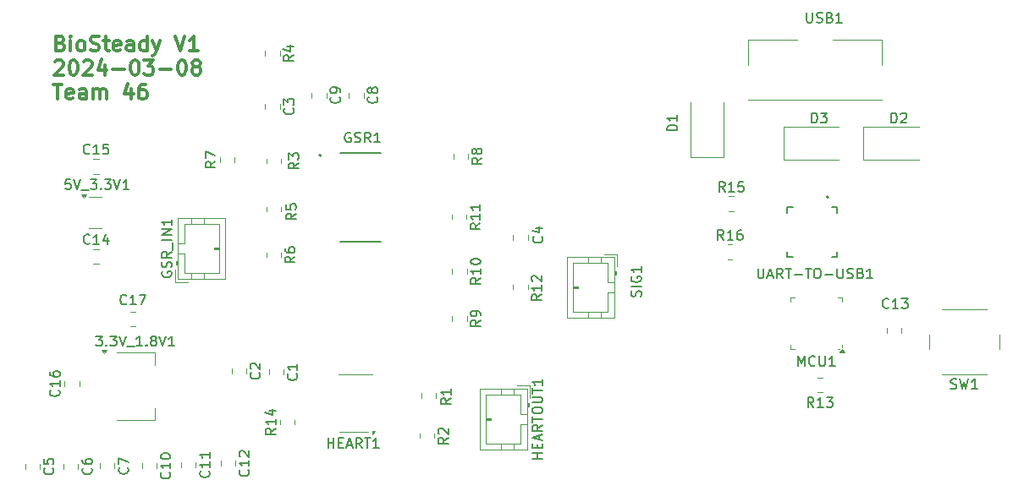
<source format=gbr>
%TF.GenerationSoftware,KiCad,Pcbnew,8.0.8*%
%TF.CreationDate,2025-03-11T03:54:01-05:00*%
%TF.ProjectId,finalproject,66696e61-6c70-4726-9f6a-6563742e6b69,rev?*%
%TF.SameCoordinates,Original*%
%TF.FileFunction,Legend,Top*%
%TF.FilePolarity,Positive*%
%FSLAX46Y46*%
G04 Gerber Fmt 4.6, Leading zero omitted, Abs format (unit mm)*
G04 Created by KiCad (PCBNEW 8.0.8) date 2025-03-11 03:54:01*
%MOMM*%
%LPD*%
G01*
G04 APERTURE LIST*
%ADD10C,0.300000*%
%ADD11C,0.150000*%
%ADD12C,0.120000*%
%ADD13C,0.127000*%
%ADD14C,0.200000*%
G04 APERTURE END LIST*
D10*
X96177510Y-72417282D02*
X96391796Y-72488710D01*
X96391796Y-72488710D02*
X96463225Y-72560139D01*
X96463225Y-72560139D02*
X96534653Y-72702996D01*
X96534653Y-72702996D02*
X96534653Y-72917282D01*
X96534653Y-72917282D02*
X96463225Y-73060139D01*
X96463225Y-73060139D02*
X96391796Y-73131568D01*
X96391796Y-73131568D02*
X96248939Y-73202996D01*
X96248939Y-73202996D02*
X95677510Y-73202996D01*
X95677510Y-73202996D02*
X95677510Y-71702996D01*
X95677510Y-71702996D02*
X96177510Y-71702996D01*
X96177510Y-71702996D02*
X96320368Y-71774425D01*
X96320368Y-71774425D02*
X96391796Y-71845853D01*
X96391796Y-71845853D02*
X96463225Y-71988710D01*
X96463225Y-71988710D02*
X96463225Y-72131568D01*
X96463225Y-72131568D02*
X96391796Y-72274425D01*
X96391796Y-72274425D02*
X96320368Y-72345853D01*
X96320368Y-72345853D02*
X96177510Y-72417282D01*
X96177510Y-72417282D02*
X95677510Y-72417282D01*
X97177510Y-73202996D02*
X97177510Y-72202996D01*
X97177510Y-71702996D02*
X97106082Y-71774425D01*
X97106082Y-71774425D02*
X97177510Y-71845853D01*
X97177510Y-71845853D02*
X97248939Y-71774425D01*
X97248939Y-71774425D02*
X97177510Y-71702996D01*
X97177510Y-71702996D02*
X97177510Y-71845853D01*
X98106082Y-73202996D02*
X97963225Y-73131568D01*
X97963225Y-73131568D02*
X97891796Y-73060139D01*
X97891796Y-73060139D02*
X97820368Y-72917282D01*
X97820368Y-72917282D02*
X97820368Y-72488710D01*
X97820368Y-72488710D02*
X97891796Y-72345853D01*
X97891796Y-72345853D02*
X97963225Y-72274425D01*
X97963225Y-72274425D02*
X98106082Y-72202996D01*
X98106082Y-72202996D02*
X98320368Y-72202996D01*
X98320368Y-72202996D02*
X98463225Y-72274425D01*
X98463225Y-72274425D02*
X98534654Y-72345853D01*
X98534654Y-72345853D02*
X98606082Y-72488710D01*
X98606082Y-72488710D02*
X98606082Y-72917282D01*
X98606082Y-72917282D02*
X98534654Y-73060139D01*
X98534654Y-73060139D02*
X98463225Y-73131568D01*
X98463225Y-73131568D02*
X98320368Y-73202996D01*
X98320368Y-73202996D02*
X98106082Y-73202996D01*
X99177511Y-73131568D02*
X99391797Y-73202996D01*
X99391797Y-73202996D02*
X99748939Y-73202996D01*
X99748939Y-73202996D02*
X99891797Y-73131568D01*
X99891797Y-73131568D02*
X99963225Y-73060139D01*
X99963225Y-73060139D02*
X100034654Y-72917282D01*
X100034654Y-72917282D02*
X100034654Y-72774425D01*
X100034654Y-72774425D02*
X99963225Y-72631568D01*
X99963225Y-72631568D02*
X99891797Y-72560139D01*
X99891797Y-72560139D02*
X99748939Y-72488710D01*
X99748939Y-72488710D02*
X99463225Y-72417282D01*
X99463225Y-72417282D02*
X99320368Y-72345853D01*
X99320368Y-72345853D02*
X99248939Y-72274425D01*
X99248939Y-72274425D02*
X99177511Y-72131568D01*
X99177511Y-72131568D02*
X99177511Y-71988710D01*
X99177511Y-71988710D02*
X99248939Y-71845853D01*
X99248939Y-71845853D02*
X99320368Y-71774425D01*
X99320368Y-71774425D02*
X99463225Y-71702996D01*
X99463225Y-71702996D02*
X99820368Y-71702996D01*
X99820368Y-71702996D02*
X100034654Y-71774425D01*
X100463225Y-72202996D02*
X101034653Y-72202996D01*
X100677510Y-71702996D02*
X100677510Y-72988710D01*
X100677510Y-72988710D02*
X100748939Y-73131568D01*
X100748939Y-73131568D02*
X100891796Y-73202996D01*
X100891796Y-73202996D02*
X101034653Y-73202996D01*
X102106082Y-73131568D02*
X101963225Y-73202996D01*
X101963225Y-73202996D02*
X101677511Y-73202996D01*
X101677511Y-73202996D02*
X101534653Y-73131568D01*
X101534653Y-73131568D02*
X101463225Y-72988710D01*
X101463225Y-72988710D02*
X101463225Y-72417282D01*
X101463225Y-72417282D02*
X101534653Y-72274425D01*
X101534653Y-72274425D02*
X101677511Y-72202996D01*
X101677511Y-72202996D02*
X101963225Y-72202996D01*
X101963225Y-72202996D02*
X102106082Y-72274425D01*
X102106082Y-72274425D02*
X102177511Y-72417282D01*
X102177511Y-72417282D02*
X102177511Y-72560139D01*
X102177511Y-72560139D02*
X101463225Y-72702996D01*
X103463225Y-73202996D02*
X103463225Y-72417282D01*
X103463225Y-72417282D02*
X103391796Y-72274425D01*
X103391796Y-72274425D02*
X103248939Y-72202996D01*
X103248939Y-72202996D02*
X102963225Y-72202996D01*
X102963225Y-72202996D02*
X102820367Y-72274425D01*
X103463225Y-73131568D02*
X103320367Y-73202996D01*
X103320367Y-73202996D02*
X102963225Y-73202996D01*
X102963225Y-73202996D02*
X102820367Y-73131568D01*
X102820367Y-73131568D02*
X102748939Y-72988710D01*
X102748939Y-72988710D02*
X102748939Y-72845853D01*
X102748939Y-72845853D02*
X102820367Y-72702996D01*
X102820367Y-72702996D02*
X102963225Y-72631568D01*
X102963225Y-72631568D02*
X103320367Y-72631568D01*
X103320367Y-72631568D02*
X103463225Y-72560139D01*
X104820368Y-73202996D02*
X104820368Y-71702996D01*
X104820368Y-73131568D02*
X104677510Y-73202996D01*
X104677510Y-73202996D02*
X104391796Y-73202996D01*
X104391796Y-73202996D02*
X104248939Y-73131568D01*
X104248939Y-73131568D02*
X104177510Y-73060139D01*
X104177510Y-73060139D02*
X104106082Y-72917282D01*
X104106082Y-72917282D02*
X104106082Y-72488710D01*
X104106082Y-72488710D02*
X104177510Y-72345853D01*
X104177510Y-72345853D02*
X104248939Y-72274425D01*
X104248939Y-72274425D02*
X104391796Y-72202996D01*
X104391796Y-72202996D02*
X104677510Y-72202996D01*
X104677510Y-72202996D02*
X104820368Y-72274425D01*
X105391796Y-72202996D02*
X105748939Y-73202996D01*
X106106082Y-72202996D02*
X105748939Y-73202996D01*
X105748939Y-73202996D02*
X105606082Y-73560139D01*
X105606082Y-73560139D02*
X105534653Y-73631568D01*
X105534653Y-73631568D02*
X105391796Y-73702996D01*
X107606082Y-71702996D02*
X108106082Y-73202996D01*
X108106082Y-73202996D02*
X108606082Y-71702996D01*
X109891796Y-73202996D02*
X109034653Y-73202996D01*
X109463224Y-73202996D02*
X109463224Y-71702996D01*
X109463224Y-71702996D02*
X109320367Y-71917282D01*
X109320367Y-71917282D02*
X109177510Y-72060139D01*
X109177510Y-72060139D02*
X109034653Y-72131568D01*
X95606082Y-74260769D02*
X95677510Y-74189341D01*
X95677510Y-74189341D02*
X95820368Y-74117912D01*
X95820368Y-74117912D02*
X96177510Y-74117912D01*
X96177510Y-74117912D02*
X96320368Y-74189341D01*
X96320368Y-74189341D02*
X96391796Y-74260769D01*
X96391796Y-74260769D02*
X96463225Y-74403626D01*
X96463225Y-74403626D02*
X96463225Y-74546484D01*
X96463225Y-74546484D02*
X96391796Y-74760769D01*
X96391796Y-74760769D02*
X95534653Y-75617912D01*
X95534653Y-75617912D02*
X96463225Y-75617912D01*
X97391796Y-74117912D02*
X97534653Y-74117912D01*
X97534653Y-74117912D02*
X97677510Y-74189341D01*
X97677510Y-74189341D02*
X97748939Y-74260769D01*
X97748939Y-74260769D02*
X97820367Y-74403626D01*
X97820367Y-74403626D02*
X97891796Y-74689341D01*
X97891796Y-74689341D02*
X97891796Y-75046484D01*
X97891796Y-75046484D02*
X97820367Y-75332198D01*
X97820367Y-75332198D02*
X97748939Y-75475055D01*
X97748939Y-75475055D02*
X97677510Y-75546484D01*
X97677510Y-75546484D02*
X97534653Y-75617912D01*
X97534653Y-75617912D02*
X97391796Y-75617912D01*
X97391796Y-75617912D02*
X97248939Y-75546484D01*
X97248939Y-75546484D02*
X97177510Y-75475055D01*
X97177510Y-75475055D02*
X97106081Y-75332198D01*
X97106081Y-75332198D02*
X97034653Y-75046484D01*
X97034653Y-75046484D02*
X97034653Y-74689341D01*
X97034653Y-74689341D02*
X97106081Y-74403626D01*
X97106081Y-74403626D02*
X97177510Y-74260769D01*
X97177510Y-74260769D02*
X97248939Y-74189341D01*
X97248939Y-74189341D02*
X97391796Y-74117912D01*
X98463224Y-74260769D02*
X98534652Y-74189341D01*
X98534652Y-74189341D02*
X98677510Y-74117912D01*
X98677510Y-74117912D02*
X99034652Y-74117912D01*
X99034652Y-74117912D02*
X99177510Y-74189341D01*
X99177510Y-74189341D02*
X99248938Y-74260769D01*
X99248938Y-74260769D02*
X99320367Y-74403626D01*
X99320367Y-74403626D02*
X99320367Y-74546484D01*
X99320367Y-74546484D02*
X99248938Y-74760769D01*
X99248938Y-74760769D02*
X98391795Y-75617912D01*
X98391795Y-75617912D02*
X99320367Y-75617912D01*
X100606081Y-74617912D02*
X100606081Y-75617912D01*
X100248938Y-74046484D02*
X99891795Y-75117912D01*
X99891795Y-75117912D02*
X100820366Y-75117912D01*
X101391794Y-75046484D02*
X102534652Y-75046484D01*
X103534652Y-74117912D02*
X103677509Y-74117912D01*
X103677509Y-74117912D02*
X103820366Y-74189341D01*
X103820366Y-74189341D02*
X103891795Y-74260769D01*
X103891795Y-74260769D02*
X103963223Y-74403626D01*
X103963223Y-74403626D02*
X104034652Y-74689341D01*
X104034652Y-74689341D02*
X104034652Y-75046484D01*
X104034652Y-75046484D02*
X103963223Y-75332198D01*
X103963223Y-75332198D02*
X103891795Y-75475055D01*
X103891795Y-75475055D02*
X103820366Y-75546484D01*
X103820366Y-75546484D02*
X103677509Y-75617912D01*
X103677509Y-75617912D02*
X103534652Y-75617912D01*
X103534652Y-75617912D02*
X103391795Y-75546484D01*
X103391795Y-75546484D02*
X103320366Y-75475055D01*
X103320366Y-75475055D02*
X103248937Y-75332198D01*
X103248937Y-75332198D02*
X103177509Y-75046484D01*
X103177509Y-75046484D02*
X103177509Y-74689341D01*
X103177509Y-74689341D02*
X103248937Y-74403626D01*
X103248937Y-74403626D02*
X103320366Y-74260769D01*
X103320366Y-74260769D02*
X103391795Y-74189341D01*
X103391795Y-74189341D02*
X103534652Y-74117912D01*
X104534651Y-74117912D02*
X105463223Y-74117912D01*
X105463223Y-74117912D02*
X104963223Y-74689341D01*
X104963223Y-74689341D02*
X105177508Y-74689341D01*
X105177508Y-74689341D02*
X105320366Y-74760769D01*
X105320366Y-74760769D02*
X105391794Y-74832198D01*
X105391794Y-74832198D02*
X105463223Y-74975055D01*
X105463223Y-74975055D02*
X105463223Y-75332198D01*
X105463223Y-75332198D02*
X105391794Y-75475055D01*
X105391794Y-75475055D02*
X105320366Y-75546484D01*
X105320366Y-75546484D02*
X105177508Y-75617912D01*
X105177508Y-75617912D02*
X104748937Y-75617912D01*
X104748937Y-75617912D02*
X104606080Y-75546484D01*
X104606080Y-75546484D02*
X104534651Y-75475055D01*
X106106079Y-75046484D02*
X107248937Y-75046484D01*
X108248937Y-74117912D02*
X108391794Y-74117912D01*
X108391794Y-74117912D02*
X108534651Y-74189341D01*
X108534651Y-74189341D02*
X108606080Y-74260769D01*
X108606080Y-74260769D02*
X108677508Y-74403626D01*
X108677508Y-74403626D02*
X108748937Y-74689341D01*
X108748937Y-74689341D02*
X108748937Y-75046484D01*
X108748937Y-75046484D02*
X108677508Y-75332198D01*
X108677508Y-75332198D02*
X108606080Y-75475055D01*
X108606080Y-75475055D02*
X108534651Y-75546484D01*
X108534651Y-75546484D02*
X108391794Y-75617912D01*
X108391794Y-75617912D02*
X108248937Y-75617912D01*
X108248937Y-75617912D02*
X108106080Y-75546484D01*
X108106080Y-75546484D02*
X108034651Y-75475055D01*
X108034651Y-75475055D02*
X107963222Y-75332198D01*
X107963222Y-75332198D02*
X107891794Y-75046484D01*
X107891794Y-75046484D02*
X107891794Y-74689341D01*
X107891794Y-74689341D02*
X107963222Y-74403626D01*
X107963222Y-74403626D02*
X108034651Y-74260769D01*
X108034651Y-74260769D02*
X108106080Y-74189341D01*
X108106080Y-74189341D02*
X108248937Y-74117912D01*
X109606079Y-74760769D02*
X109463222Y-74689341D01*
X109463222Y-74689341D02*
X109391793Y-74617912D01*
X109391793Y-74617912D02*
X109320365Y-74475055D01*
X109320365Y-74475055D02*
X109320365Y-74403626D01*
X109320365Y-74403626D02*
X109391793Y-74260769D01*
X109391793Y-74260769D02*
X109463222Y-74189341D01*
X109463222Y-74189341D02*
X109606079Y-74117912D01*
X109606079Y-74117912D02*
X109891793Y-74117912D01*
X109891793Y-74117912D02*
X110034651Y-74189341D01*
X110034651Y-74189341D02*
X110106079Y-74260769D01*
X110106079Y-74260769D02*
X110177508Y-74403626D01*
X110177508Y-74403626D02*
X110177508Y-74475055D01*
X110177508Y-74475055D02*
X110106079Y-74617912D01*
X110106079Y-74617912D02*
X110034651Y-74689341D01*
X110034651Y-74689341D02*
X109891793Y-74760769D01*
X109891793Y-74760769D02*
X109606079Y-74760769D01*
X109606079Y-74760769D02*
X109463222Y-74832198D01*
X109463222Y-74832198D02*
X109391793Y-74903626D01*
X109391793Y-74903626D02*
X109320365Y-75046484D01*
X109320365Y-75046484D02*
X109320365Y-75332198D01*
X109320365Y-75332198D02*
X109391793Y-75475055D01*
X109391793Y-75475055D02*
X109463222Y-75546484D01*
X109463222Y-75546484D02*
X109606079Y-75617912D01*
X109606079Y-75617912D02*
X109891793Y-75617912D01*
X109891793Y-75617912D02*
X110034651Y-75546484D01*
X110034651Y-75546484D02*
X110106079Y-75475055D01*
X110106079Y-75475055D02*
X110177508Y-75332198D01*
X110177508Y-75332198D02*
X110177508Y-75046484D01*
X110177508Y-75046484D02*
X110106079Y-74903626D01*
X110106079Y-74903626D02*
X110034651Y-74832198D01*
X110034651Y-74832198D02*
X109891793Y-74760769D01*
X95463225Y-76532828D02*
X96320368Y-76532828D01*
X95891796Y-78032828D02*
X95891796Y-76532828D01*
X97391796Y-77961400D02*
X97248939Y-78032828D01*
X97248939Y-78032828D02*
X96963225Y-78032828D01*
X96963225Y-78032828D02*
X96820367Y-77961400D01*
X96820367Y-77961400D02*
X96748939Y-77818542D01*
X96748939Y-77818542D02*
X96748939Y-77247114D01*
X96748939Y-77247114D02*
X96820367Y-77104257D01*
X96820367Y-77104257D02*
X96963225Y-77032828D01*
X96963225Y-77032828D02*
X97248939Y-77032828D01*
X97248939Y-77032828D02*
X97391796Y-77104257D01*
X97391796Y-77104257D02*
X97463225Y-77247114D01*
X97463225Y-77247114D02*
X97463225Y-77389971D01*
X97463225Y-77389971D02*
X96748939Y-77532828D01*
X98748939Y-78032828D02*
X98748939Y-77247114D01*
X98748939Y-77247114D02*
X98677510Y-77104257D01*
X98677510Y-77104257D02*
X98534653Y-77032828D01*
X98534653Y-77032828D02*
X98248939Y-77032828D01*
X98248939Y-77032828D02*
X98106081Y-77104257D01*
X98748939Y-77961400D02*
X98606081Y-78032828D01*
X98606081Y-78032828D02*
X98248939Y-78032828D01*
X98248939Y-78032828D02*
X98106081Y-77961400D01*
X98106081Y-77961400D02*
X98034653Y-77818542D01*
X98034653Y-77818542D02*
X98034653Y-77675685D01*
X98034653Y-77675685D02*
X98106081Y-77532828D01*
X98106081Y-77532828D02*
X98248939Y-77461400D01*
X98248939Y-77461400D02*
X98606081Y-77461400D01*
X98606081Y-77461400D02*
X98748939Y-77389971D01*
X99463224Y-78032828D02*
X99463224Y-77032828D01*
X99463224Y-77175685D02*
X99534653Y-77104257D01*
X99534653Y-77104257D02*
X99677510Y-77032828D01*
X99677510Y-77032828D02*
X99891796Y-77032828D01*
X99891796Y-77032828D02*
X100034653Y-77104257D01*
X100034653Y-77104257D02*
X100106082Y-77247114D01*
X100106082Y-77247114D02*
X100106082Y-78032828D01*
X100106082Y-77247114D02*
X100177510Y-77104257D01*
X100177510Y-77104257D02*
X100320367Y-77032828D01*
X100320367Y-77032828D02*
X100534653Y-77032828D01*
X100534653Y-77032828D02*
X100677510Y-77104257D01*
X100677510Y-77104257D02*
X100748939Y-77247114D01*
X100748939Y-77247114D02*
X100748939Y-78032828D01*
X103248939Y-77032828D02*
X103248939Y-78032828D01*
X102891796Y-76461400D02*
X102534653Y-77532828D01*
X102534653Y-77532828D02*
X103463224Y-77532828D01*
X104677510Y-76532828D02*
X104391795Y-76532828D01*
X104391795Y-76532828D02*
X104248938Y-76604257D01*
X104248938Y-76604257D02*
X104177510Y-76675685D01*
X104177510Y-76675685D02*
X104034652Y-76889971D01*
X104034652Y-76889971D02*
X103963224Y-77175685D01*
X103963224Y-77175685D02*
X103963224Y-77747114D01*
X103963224Y-77747114D02*
X104034652Y-77889971D01*
X104034652Y-77889971D02*
X104106081Y-77961400D01*
X104106081Y-77961400D02*
X104248938Y-78032828D01*
X104248938Y-78032828D02*
X104534652Y-78032828D01*
X104534652Y-78032828D02*
X104677510Y-77961400D01*
X104677510Y-77961400D02*
X104748938Y-77889971D01*
X104748938Y-77889971D02*
X104820367Y-77747114D01*
X104820367Y-77747114D02*
X104820367Y-77389971D01*
X104820367Y-77389971D02*
X104748938Y-77247114D01*
X104748938Y-77247114D02*
X104677510Y-77175685D01*
X104677510Y-77175685D02*
X104534652Y-77104257D01*
X104534652Y-77104257D02*
X104248938Y-77104257D01*
X104248938Y-77104257D02*
X104106081Y-77175685D01*
X104106081Y-77175685D02*
X104034652Y-77247114D01*
X104034652Y-77247114D02*
X103963224Y-77389971D01*
D11*
X169934667Y-104776819D02*
X169934667Y-103776819D01*
X169934667Y-103776819D02*
X170268000Y-104491104D01*
X170268000Y-104491104D02*
X170601333Y-103776819D01*
X170601333Y-103776819D02*
X170601333Y-104776819D01*
X171648952Y-104681580D02*
X171601333Y-104729200D01*
X171601333Y-104729200D02*
X171458476Y-104776819D01*
X171458476Y-104776819D02*
X171363238Y-104776819D01*
X171363238Y-104776819D02*
X171220381Y-104729200D01*
X171220381Y-104729200D02*
X171125143Y-104633961D01*
X171125143Y-104633961D02*
X171077524Y-104538723D01*
X171077524Y-104538723D02*
X171029905Y-104348247D01*
X171029905Y-104348247D02*
X171029905Y-104205390D01*
X171029905Y-104205390D02*
X171077524Y-104014914D01*
X171077524Y-104014914D02*
X171125143Y-103919676D01*
X171125143Y-103919676D02*
X171220381Y-103824438D01*
X171220381Y-103824438D02*
X171363238Y-103776819D01*
X171363238Y-103776819D02*
X171458476Y-103776819D01*
X171458476Y-103776819D02*
X171601333Y-103824438D01*
X171601333Y-103824438D02*
X171648952Y-103872057D01*
X172077524Y-103776819D02*
X172077524Y-104586342D01*
X172077524Y-104586342D02*
X172125143Y-104681580D01*
X172125143Y-104681580D02*
X172172762Y-104729200D01*
X172172762Y-104729200D02*
X172268000Y-104776819D01*
X172268000Y-104776819D02*
X172458476Y-104776819D01*
X172458476Y-104776819D02*
X172553714Y-104729200D01*
X172553714Y-104729200D02*
X172601333Y-104681580D01*
X172601333Y-104681580D02*
X172648952Y-104586342D01*
X172648952Y-104586342D02*
X172648952Y-103776819D01*
X173648952Y-104776819D02*
X173077524Y-104776819D01*
X173363238Y-104776819D02*
X173363238Y-103776819D01*
X173363238Y-103776819D02*
X173268000Y-103919676D01*
X173268000Y-103919676D02*
X173172762Y-104014914D01*
X173172762Y-104014914D02*
X173077524Y-104062533D01*
X111005580Y-115302357D02*
X111053200Y-115349976D01*
X111053200Y-115349976D02*
X111100819Y-115492833D01*
X111100819Y-115492833D02*
X111100819Y-115588071D01*
X111100819Y-115588071D02*
X111053200Y-115730928D01*
X111053200Y-115730928D02*
X110957961Y-115826166D01*
X110957961Y-115826166D02*
X110862723Y-115873785D01*
X110862723Y-115873785D02*
X110672247Y-115921404D01*
X110672247Y-115921404D02*
X110529390Y-115921404D01*
X110529390Y-115921404D02*
X110338914Y-115873785D01*
X110338914Y-115873785D02*
X110243676Y-115826166D01*
X110243676Y-115826166D02*
X110148438Y-115730928D01*
X110148438Y-115730928D02*
X110100819Y-115588071D01*
X110100819Y-115588071D02*
X110100819Y-115492833D01*
X110100819Y-115492833D02*
X110148438Y-115349976D01*
X110148438Y-115349976D02*
X110196057Y-115302357D01*
X111100819Y-114349976D02*
X111100819Y-114921404D01*
X111100819Y-114635690D02*
X110100819Y-114635690D01*
X110100819Y-114635690D02*
X110243676Y-114730928D01*
X110243676Y-114730928D02*
X110338914Y-114826166D01*
X110338914Y-114826166D02*
X110386533Y-114921404D01*
X111100819Y-113397595D02*
X111100819Y-113969023D01*
X111100819Y-113683309D02*
X110100819Y-113683309D01*
X110100819Y-113683309D02*
X110243676Y-113778547D01*
X110243676Y-113778547D02*
X110338914Y-113873785D01*
X110338914Y-113873785D02*
X110386533Y-113969023D01*
X125177523Y-81417438D02*
X125082285Y-81369819D01*
X125082285Y-81369819D02*
X124939428Y-81369819D01*
X124939428Y-81369819D02*
X124796571Y-81417438D01*
X124796571Y-81417438D02*
X124701333Y-81512676D01*
X124701333Y-81512676D02*
X124653714Y-81607914D01*
X124653714Y-81607914D02*
X124606095Y-81798390D01*
X124606095Y-81798390D02*
X124606095Y-81941247D01*
X124606095Y-81941247D02*
X124653714Y-82131723D01*
X124653714Y-82131723D02*
X124701333Y-82226961D01*
X124701333Y-82226961D02*
X124796571Y-82322200D01*
X124796571Y-82322200D02*
X124939428Y-82369819D01*
X124939428Y-82369819D02*
X125034666Y-82369819D01*
X125034666Y-82369819D02*
X125177523Y-82322200D01*
X125177523Y-82322200D02*
X125225142Y-82274580D01*
X125225142Y-82274580D02*
X125225142Y-81941247D01*
X125225142Y-81941247D02*
X125034666Y-81941247D01*
X125606095Y-82322200D02*
X125748952Y-82369819D01*
X125748952Y-82369819D02*
X125987047Y-82369819D01*
X125987047Y-82369819D02*
X126082285Y-82322200D01*
X126082285Y-82322200D02*
X126129904Y-82274580D01*
X126129904Y-82274580D02*
X126177523Y-82179342D01*
X126177523Y-82179342D02*
X126177523Y-82084104D01*
X126177523Y-82084104D02*
X126129904Y-81988866D01*
X126129904Y-81988866D02*
X126082285Y-81941247D01*
X126082285Y-81941247D02*
X125987047Y-81893628D01*
X125987047Y-81893628D02*
X125796571Y-81846009D01*
X125796571Y-81846009D02*
X125701333Y-81798390D01*
X125701333Y-81798390D02*
X125653714Y-81750771D01*
X125653714Y-81750771D02*
X125606095Y-81655533D01*
X125606095Y-81655533D02*
X125606095Y-81560295D01*
X125606095Y-81560295D02*
X125653714Y-81465057D01*
X125653714Y-81465057D02*
X125701333Y-81417438D01*
X125701333Y-81417438D02*
X125796571Y-81369819D01*
X125796571Y-81369819D02*
X126034666Y-81369819D01*
X126034666Y-81369819D02*
X126177523Y-81417438D01*
X127177523Y-82369819D02*
X126844190Y-81893628D01*
X126606095Y-82369819D02*
X126606095Y-81369819D01*
X126606095Y-81369819D02*
X126987047Y-81369819D01*
X126987047Y-81369819D02*
X127082285Y-81417438D01*
X127082285Y-81417438D02*
X127129904Y-81465057D01*
X127129904Y-81465057D02*
X127177523Y-81560295D01*
X127177523Y-81560295D02*
X127177523Y-81703152D01*
X127177523Y-81703152D02*
X127129904Y-81798390D01*
X127129904Y-81798390D02*
X127082285Y-81846009D01*
X127082285Y-81846009D02*
X126987047Y-81893628D01*
X126987047Y-81893628D02*
X126606095Y-81893628D01*
X128129904Y-82369819D02*
X127558476Y-82369819D01*
X127844190Y-82369819D02*
X127844190Y-81369819D01*
X127844190Y-81369819D02*
X127748952Y-81512676D01*
X127748952Y-81512676D02*
X127653714Y-81607914D01*
X127653714Y-81607914D02*
X127558476Y-81655533D01*
X124062580Y-77804166D02*
X124110200Y-77851785D01*
X124110200Y-77851785D02*
X124157819Y-77994642D01*
X124157819Y-77994642D02*
X124157819Y-78089880D01*
X124157819Y-78089880D02*
X124110200Y-78232737D01*
X124110200Y-78232737D02*
X124014961Y-78327975D01*
X124014961Y-78327975D02*
X123919723Y-78375594D01*
X123919723Y-78375594D02*
X123729247Y-78423213D01*
X123729247Y-78423213D02*
X123586390Y-78423213D01*
X123586390Y-78423213D02*
X123395914Y-78375594D01*
X123395914Y-78375594D02*
X123300676Y-78327975D01*
X123300676Y-78327975D02*
X123205438Y-78232737D01*
X123205438Y-78232737D02*
X123157819Y-78089880D01*
X123157819Y-78089880D02*
X123157819Y-77994642D01*
X123157819Y-77994642D02*
X123205438Y-77851785D01*
X123205438Y-77851785D02*
X123253057Y-77804166D01*
X124157819Y-77327975D02*
X124157819Y-77137499D01*
X124157819Y-77137499D02*
X124110200Y-77042261D01*
X124110200Y-77042261D02*
X124062580Y-76994642D01*
X124062580Y-76994642D02*
X123919723Y-76899404D01*
X123919723Y-76899404D02*
X123729247Y-76851785D01*
X123729247Y-76851785D02*
X123348295Y-76851785D01*
X123348295Y-76851785D02*
X123253057Y-76899404D01*
X123253057Y-76899404D02*
X123205438Y-76947023D01*
X123205438Y-76947023D02*
X123157819Y-77042261D01*
X123157819Y-77042261D02*
X123157819Y-77232737D01*
X123157819Y-77232737D02*
X123205438Y-77327975D01*
X123205438Y-77327975D02*
X123253057Y-77375594D01*
X123253057Y-77375594D02*
X123348295Y-77423213D01*
X123348295Y-77423213D02*
X123586390Y-77423213D01*
X123586390Y-77423213D02*
X123681628Y-77375594D01*
X123681628Y-77375594D02*
X123729247Y-77327975D01*
X123729247Y-77327975D02*
X123776866Y-77232737D01*
X123776866Y-77232737D02*
X123776866Y-77042261D01*
X123776866Y-77042261D02*
X123729247Y-76947023D01*
X123729247Y-76947023D02*
X123681628Y-76899404D01*
X123681628Y-76899404D02*
X123586390Y-76851785D01*
X138313819Y-83921666D02*
X137837628Y-84254999D01*
X138313819Y-84493094D02*
X137313819Y-84493094D01*
X137313819Y-84493094D02*
X137313819Y-84112142D01*
X137313819Y-84112142D02*
X137361438Y-84016904D01*
X137361438Y-84016904D02*
X137409057Y-83969285D01*
X137409057Y-83969285D02*
X137504295Y-83921666D01*
X137504295Y-83921666D02*
X137647152Y-83921666D01*
X137647152Y-83921666D02*
X137742390Y-83969285D01*
X137742390Y-83969285D02*
X137790009Y-84016904D01*
X137790009Y-84016904D02*
X137837628Y-84112142D01*
X137837628Y-84112142D02*
X137837628Y-84493094D01*
X137742390Y-83350237D02*
X137694771Y-83445475D01*
X137694771Y-83445475D02*
X137647152Y-83493094D01*
X137647152Y-83493094D02*
X137551914Y-83540713D01*
X137551914Y-83540713D02*
X137504295Y-83540713D01*
X137504295Y-83540713D02*
X137409057Y-83493094D01*
X137409057Y-83493094D02*
X137361438Y-83445475D01*
X137361438Y-83445475D02*
X137313819Y-83350237D01*
X137313819Y-83350237D02*
X137313819Y-83159761D01*
X137313819Y-83159761D02*
X137361438Y-83064523D01*
X137361438Y-83064523D02*
X137409057Y-83016904D01*
X137409057Y-83016904D02*
X137504295Y-82969285D01*
X137504295Y-82969285D02*
X137551914Y-82969285D01*
X137551914Y-82969285D02*
X137647152Y-83016904D01*
X137647152Y-83016904D02*
X137694771Y-83064523D01*
X137694771Y-83064523D02*
X137742390Y-83159761D01*
X137742390Y-83159761D02*
X137742390Y-83350237D01*
X137742390Y-83350237D02*
X137790009Y-83445475D01*
X137790009Y-83445475D02*
X137837628Y-83493094D01*
X137837628Y-83493094D02*
X137932866Y-83540713D01*
X137932866Y-83540713D02*
X138123342Y-83540713D01*
X138123342Y-83540713D02*
X138218580Y-83493094D01*
X138218580Y-83493094D02*
X138266200Y-83445475D01*
X138266200Y-83445475D02*
X138313819Y-83350237D01*
X138313819Y-83350237D02*
X138313819Y-83159761D01*
X138313819Y-83159761D02*
X138266200Y-83064523D01*
X138266200Y-83064523D02*
X138218580Y-83016904D01*
X138218580Y-83016904D02*
X138123342Y-82969285D01*
X138123342Y-82969285D02*
X137932866Y-82969285D01*
X137932866Y-82969285D02*
X137837628Y-83016904D01*
X137837628Y-83016904D02*
X137790009Y-83064523D01*
X137790009Y-83064523D02*
X137742390Y-83159761D01*
X157868819Y-81172094D02*
X156868819Y-81172094D01*
X156868819Y-81172094D02*
X156868819Y-80933999D01*
X156868819Y-80933999D02*
X156916438Y-80791142D01*
X156916438Y-80791142D02*
X157011676Y-80695904D01*
X157011676Y-80695904D02*
X157106914Y-80648285D01*
X157106914Y-80648285D02*
X157297390Y-80600666D01*
X157297390Y-80600666D02*
X157440247Y-80600666D01*
X157440247Y-80600666D02*
X157630723Y-80648285D01*
X157630723Y-80648285D02*
X157725961Y-80695904D01*
X157725961Y-80695904D02*
X157821200Y-80791142D01*
X157821200Y-80791142D02*
X157868819Y-80933999D01*
X157868819Y-80933999D02*
X157868819Y-81172094D01*
X157868819Y-79648285D02*
X157868819Y-80219713D01*
X157868819Y-79933999D02*
X156868819Y-79933999D01*
X156868819Y-79933999D02*
X157011676Y-80029237D01*
X157011676Y-80029237D02*
X157106914Y-80124475D01*
X157106914Y-80124475D02*
X157154533Y-80219713D01*
X99222580Y-114993166D02*
X99270200Y-115040785D01*
X99270200Y-115040785D02*
X99317819Y-115183642D01*
X99317819Y-115183642D02*
X99317819Y-115278880D01*
X99317819Y-115278880D02*
X99270200Y-115421737D01*
X99270200Y-115421737D02*
X99174961Y-115516975D01*
X99174961Y-115516975D02*
X99079723Y-115564594D01*
X99079723Y-115564594D02*
X98889247Y-115612213D01*
X98889247Y-115612213D02*
X98746390Y-115612213D01*
X98746390Y-115612213D02*
X98555914Y-115564594D01*
X98555914Y-115564594D02*
X98460676Y-115516975D01*
X98460676Y-115516975D02*
X98365438Y-115421737D01*
X98365438Y-115421737D02*
X98317819Y-115278880D01*
X98317819Y-115278880D02*
X98317819Y-115183642D01*
X98317819Y-115183642D02*
X98365438Y-115040785D01*
X98365438Y-115040785D02*
X98413057Y-114993166D01*
X98317819Y-114136023D02*
X98317819Y-114326499D01*
X98317819Y-114326499D02*
X98365438Y-114421737D01*
X98365438Y-114421737D02*
X98413057Y-114469356D01*
X98413057Y-114469356D02*
X98555914Y-114564594D01*
X98555914Y-114564594D02*
X98746390Y-114612213D01*
X98746390Y-114612213D02*
X99127342Y-114612213D01*
X99127342Y-114612213D02*
X99222580Y-114564594D01*
X99222580Y-114564594D02*
X99270200Y-114516975D01*
X99270200Y-114516975D02*
X99317819Y-114421737D01*
X99317819Y-114421737D02*
X99317819Y-114231261D01*
X99317819Y-114231261D02*
X99270200Y-114136023D01*
X99270200Y-114136023D02*
X99222580Y-114088404D01*
X99222580Y-114088404D02*
X99127342Y-114040785D01*
X99127342Y-114040785D02*
X98889247Y-114040785D01*
X98889247Y-114040785D02*
X98794009Y-114088404D01*
X98794009Y-114088404D02*
X98746390Y-114136023D01*
X98746390Y-114136023D02*
X98698771Y-114231261D01*
X98698771Y-114231261D02*
X98698771Y-114421737D01*
X98698771Y-114421737D02*
X98746390Y-114516975D01*
X98746390Y-114516975D02*
X98794009Y-114564594D01*
X98794009Y-114564594D02*
X98889247Y-114612213D01*
X102877580Y-114953166D02*
X102925200Y-115000785D01*
X102925200Y-115000785D02*
X102972819Y-115143642D01*
X102972819Y-115143642D02*
X102972819Y-115238880D01*
X102972819Y-115238880D02*
X102925200Y-115381737D01*
X102925200Y-115381737D02*
X102829961Y-115476975D01*
X102829961Y-115476975D02*
X102734723Y-115524594D01*
X102734723Y-115524594D02*
X102544247Y-115572213D01*
X102544247Y-115572213D02*
X102401390Y-115572213D01*
X102401390Y-115572213D02*
X102210914Y-115524594D01*
X102210914Y-115524594D02*
X102115676Y-115476975D01*
X102115676Y-115476975D02*
X102020438Y-115381737D01*
X102020438Y-115381737D02*
X101972819Y-115238880D01*
X101972819Y-115238880D02*
X101972819Y-115143642D01*
X101972819Y-115143642D02*
X102020438Y-115000785D01*
X102020438Y-115000785D02*
X102068057Y-114953166D01*
X101972819Y-114619832D02*
X101972819Y-113953166D01*
X101972819Y-113953166D02*
X102972819Y-114381737D01*
X95986580Y-107195857D02*
X96034200Y-107243476D01*
X96034200Y-107243476D02*
X96081819Y-107386333D01*
X96081819Y-107386333D02*
X96081819Y-107481571D01*
X96081819Y-107481571D02*
X96034200Y-107624428D01*
X96034200Y-107624428D02*
X95938961Y-107719666D01*
X95938961Y-107719666D02*
X95843723Y-107767285D01*
X95843723Y-107767285D02*
X95653247Y-107814904D01*
X95653247Y-107814904D02*
X95510390Y-107814904D01*
X95510390Y-107814904D02*
X95319914Y-107767285D01*
X95319914Y-107767285D02*
X95224676Y-107719666D01*
X95224676Y-107719666D02*
X95129438Y-107624428D01*
X95129438Y-107624428D02*
X95081819Y-107481571D01*
X95081819Y-107481571D02*
X95081819Y-107386333D01*
X95081819Y-107386333D02*
X95129438Y-107243476D01*
X95129438Y-107243476D02*
X95177057Y-107195857D01*
X96081819Y-106243476D02*
X96081819Y-106814904D01*
X96081819Y-106529190D02*
X95081819Y-106529190D01*
X95081819Y-106529190D02*
X95224676Y-106624428D01*
X95224676Y-106624428D02*
X95319914Y-106719666D01*
X95319914Y-106719666D02*
X95367533Y-106814904D01*
X95081819Y-105386333D02*
X95081819Y-105576809D01*
X95081819Y-105576809D02*
X95129438Y-105672047D01*
X95129438Y-105672047D02*
X95177057Y-105719666D01*
X95177057Y-105719666D02*
X95319914Y-105814904D01*
X95319914Y-105814904D02*
X95510390Y-105862523D01*
X95510390Y-105862523D02*
X95891342Y-105862523D01*
X95891342Y-105862523D02*
X95986580Y-105814904D01*
X95986580Y-105814904D02*
X96034200Y-105767285D01*
X96034200Y-105767285D02*
X96081819Y-105672047D01*
X96081819Y-105672047D02*
X96081819Y-105481571D01*
X96081819Y-105481571D02*
X96034200Y-105386333D01*
X96034200Y-105386333D02*
X95986580Y-105338714D01*
X95986580Y-105338714D02*
X95891342Y-105291095D01*
X95891342Y-105291095D02*
X95653247Y-105291095D01*
X95653247Y-105291095D02*
X95558009Y-105338714D01*
X95558009Y-105338714D02*
X95510390Y-105386333D01*
X95510390Y-105386333D02*
X95462771Y-105481571D01*
X95462771Y-105481571D02*
X95462771Y-105672047D01*
X95462771Y-105672047D02*
X95510390Y-105767285D01*
X95510390Y-105767285D02*
X95558009Y-105814904D01*
X95558009Y-105814904D02*
X95653247Y-105862523D01*
X138186819Y-95938857D02*
X137710628Y-96272190D01*
X138186819Y-96510285D02*
X137186819Y-96510285D01*
X137186819Y-96510285D02*
X137186819Y-96129333D01*
X137186819Y-96129333D02*
X137234438Y-96034095D01*
X137234438Y-96034095D02*
X137282057Y-95986476D01*
X137282057Y-95986476D02*
X137377295Y-95938857D01*
X137377295Y-95938857D02*
X137520152Y-95938857D01*
X137520152Y-95938857D02*
X137615390Y-95986476D01*
X137615390Y-95986476D02*
X137663009Y-96034095D01*
X137663009Y-96034095D02*
X137710628Y-96129333D01*
X137710628Y-96129333D02*
X137710628Y-96510285D01*
X138186819Y-94986476D02*
X138186819Y-95557904D01*
X138186819Y-95272190D02*
X137186819Y-95272190D01*
X137186819Y-95272190D02*
X137329676Y-95367428D01*
X137329676Y-95367428D02*
X137424914Y-95462666D01*
X137424914Y-95462666D02*
X137472533Y-95557904D01*
X137186819Y-94367428D02*
X137186819Y-94272190D01*
X137186819Y-94272190D02*
X137234438Y-94176952D01*
X137234438Y-94176952D02*
X137282057Y-94129333D01*
X137282057Y-94129333D02*
X137377295Y-94081714D01*
X137377295Y-94081714D02*
X137567771Y-94034095D01*
X137567771Y-94034095D02*
X137805866Y-94034095D01*
X137805866Y-94034095D02*
X137996342Y-94081714D01*
X137996342Y-94081714D02*
X138091580Y-94129333D01*
X138091580Y-94129333D02*
X138139200Y-94176952D01*
X138139200Y-94176952D02*
X138186819Y-94272190D01*
X138186819Y-94272190D02*
X138186819Y-94367428D01*
X138186819Y-94367428D02*
X138139200Y-94462666D01*
X138139200Y-94462666D02*
X138091580Y-94510285D01*
X138091580Y-94510285D02*
X137996342Y-94557904D01*
X137996342Y-94557904D02*
X137805866Y-94605523D01*
X137805866Y-94605523D02*
X137567771Y-94605523D01*
X137567771Y-94605523D02*
X137377295Y-94557904D01*
X137377295Y-94557904D02*
X137282057Y-94510285D01*
X137282057Y-94510285D02*
X137234438Y-94462666D01*
X137234438Y-94462666D02*
X137186819Y-94367428D01*
X171505142Y-108899819D02*
X171171809Y-108423628D01*
X170933714Y-108899819D02*
X170933714Y-107899819D01*
X170933714Y-107899819D02*
X171314666Y-107899819D01*
X171314666Y-107899819D02*
X171409904Y-107947438D01*
X171409904Y-107947438D02*
X171457523Y-107995057D01*
X171457523Y-107995057D02*
X171505142Y-108090295D01*
X171505142Y-108090295D02*
X171505142Y-108233152D01*
X171505142Y-108233152D02*
X171457523Y-108328390D01*
X171457523Y-108328390D02*
X171409904Y-108376009D01*
X171409904Y-108376009D02*
X171314666Y-108423628D01*
X171314666Y-108423628D02*
X170933714Y-108423628D01*
X172457523Y-108899819D02*
X171886095Y-108899819D01*
X172171809Y-108899819D02*
X172171809Y-107899819D01*
X172171809Y-107899819D02*
X172076571Y-108042676D01*
X172076571Y-108042676D02*
X171981333Y-108137914D01*
X171981333Y-108137914D02*
X171886095Y-108185533D01*
X172790857Y-107899819D02*
X173409904Y-107899819D01*
X173409904Y-107899819D02*
X173076571Y-108280771D01*
X173076571Y-108280771D02*
X173219428Y-108280771D01*
X173219428Y-108280771D02*
X173314666Y-108328390D01*
X173314666Y-108328390D02*
X173362285Y-108376009D01*
X173362285Y-108376009D02*
X173409904Y-108471247D01*
X173409904Y-108471247D02*
X173409904Y-108709342D01*
X173409904Y-108709342D02*
X173362285Y-108804580D01*
X173362285Y-108804580D02*
X173314666Y-108852200D01*
X173314666Y-108852200D02*
X173219428Y-108899819D01*
X173219428Y-108899819D02*
X172933714Y-108899819D01*
X172933714Y-108899819D02*
X172838476Y-108852200D01*
X172838476Y-108852200D02*
X172790857Y-108804580D01*
X162631142Y-87309819D02*
X162297809Y-86833628D01*
X162059714Y-87309819D02*
X162059714Y-86309819D01*
X162059714Y-86309819D02*
X162440666Y-86309819D01*
X162440666Y-86309819D02*
X162535904Y-86357438D01*
X162535904Y-86357438D02*
X162583523Y-86405057D01*
X162583523Y-86405057D02*
X162631142Y-86500295D01*
X162631142Y-86500295D02*
X162631142Y-86643152D01*
X162631142Y-86643152D02*
X162583523Y-86738390D01*
X162583523Y-86738390D02*
X162535904Y-86786009D01*
X162535904Y-86786009D02*
X162440666Y-86833628D01*
X162440666Y-86833628D02*
X162059714Y-86833628D01*
X163583523Y-87309819D02*
X163012095Y-87309819D01*
X163297809Y-87309819D02*
X163297809Y-86309819D01*
X163297809Y-86309819D02*
X163202571Y-86452676D01*
X163202571Y-86452676D02*
X163107333Y-86547914D01*
X163107333Y-86547914D02*
X163012095Y-86595533D01*
X164488285Y-86309819D02*
X164012095Y-86309819D01*
X164012095Y-86309819D02*
X163964476Y-86786009D01*
X163964476Y-86786009D02*
X164012095Y-86738390D01*
X164012095Y-86738390D02*
X164107333Y-86690771D01*
X164107333Y-86690771D02*
X164345428Y-86690771D01*
X164345428Y-86690771D02*
X164440666Y-86738390D01*
X164440666Y-86738390D02*
X164488285Y-86786009D01*
X164488285Y-86786009D02*
X164535904Y-86881247D01*
X164535904Y-86881247D02*
X164535904Y-87119342D01*
X164535904Y-87119342D02*
X164488285Y-87214580D01*
X164488285Y-87214580D02*
X164440666Y-87262200D01*
X164440666Y-87262200D02*
X164345428Y-87309819D01*
X164345428Y-87309819D02*
X164107333Y-87309819D01*
X164107333Y-87309819D02*
X164012095Y-87262200D01*
X164012095Y-87262200D02*
X163964476Y-87214580D01*
X138187819Y-100177666D02*
X137711628Y-100510999D01*
X138187819Y-100749094D02*
X137187819Y-100749094D01*
X137187819Y-100749094D02*
X137187819Y-100368142D01*
X137187819Y-100368142D02*
X137235438Y-100272904D01*
X137235438Y-100272904D02*
X137283057Y-100225285D01*
X137283057Y-100225285D02*
X137378295Y-100177666D01*
X137378295Y-100177666D02*
X137521152Y-100177666D01*
X137521152Y-100177666D02*
X137616390Y-100225285D01*
X137616390Y-100225285D02*
X137664009Y-100272904D01*
X137664009Y-100272904D02*
X137711628Y-100368142D01*
X137711628Y-100368142D02*
X137711628Y-100749094D01*
X138187819Y-99701475D02*
X138187819Y-99510999D01*
X138187819Y-99510999D02*
X138140200Y-99415761D01*
X138140200Y-99415761D02*
X138092580Y-99368142D01*
X138092580Y-99368142D02*
X137949723Y-99272904D01*
X137949723Y-99272904D02*
X137759247Y-99225285D01*
X137759247Y-99225285D02*
X137378295Y-99225285D01*
X137378295Y-99225285D02*
X137283057Y-99272904D01*
X137283057Y-99272904D02*
X137235438Y-99320523D01*
X137235438Y-99320523D02*
X137187819Y-99415761D01*
X137187819Y-99415761D02*
X137187819Y-99606237D01*
X137187819Y-99606237D02*
X137235438Y-99701475D01*
X137235438Y-99701475D02*
X137283057Y-99749094D01*
X137283057Y-99749094D02*
X137378295Y-99796713D01*
X137378295Y-99796713D02*
X137616390Y-99796713D01*
X137616390Y-99796713D02*
X137711628Y-99749094D01*
X137711628Y-99749094D02*
X137759247Y-99701475D01*
X137759247Y-99701475D02*
X137806866Y-99606237D01*
X137806866Y-99606237D02*
X137806866Y-99415761D01*
X137806866Y-99415761D02*
X137759247Y-99320523D01*
X137759247Y-99320523D02*
X137711628Y-99272904D01*
X137711628Y-99272904D02*
X137616390Y-99225285D01*
X119984819Y-84413666D02*
X119508628Y-84746999D01*
X119984819Y-84985094D02*
X118984819Y-84985094D01*
X118984819Y-84985094D02*
X118984819Y-84604142D01*
X118984819Y-84604142D02*
X119032438Y-84508904D01*
X119032438Y-84508904D02*
X119080057Y-84461285D01*
X119080057Y-84461285D02*
X119175295Y-84413666D01*
X119175295Y-84413666D02*
X119318152Y-84413666D01*
X119318152Y-84413666D02*
X119413390Y-84461285D01*
X119413390Y-84461285D02*
X119461009Y-84508904D01*
X119461009Y-84508904D02*
X119508628Y-84604142D01*
X119508628Y-84604142D02*
X119508628Y-84985094D01*
X118984819Y-84080332D02*
X118984819Y-83461285D01*
X118984819Y-83461285D02*
X119365771Y-83794618D01*
X119365771Y-83794618D02*
X119365771Y-83651761D01*
X119365771Y-83651761D02*
X119413390Y-83556523D01*
X119413390Y-83556523D02*
X119461009Y-83508904D01*
X119461009Y-83508904D02*
X119556247Y-83461285D01*
X119556247Y-83461285D02*
X119794342Y-83461285D01*
X119794342Y-83461285D02*
X119889580Y-83508904D01*
X119889580Y-83508904D02*
X119937200Y-83556523D01*
X119937200Y-83556523D02*
X119984819Y-83651761D01*
X119984819Y-83651761D02*
X119984819Y-83937475D01*
X119984819Y-83937475D02*
X119937200Y-84032713D01*
X119937200Y-84032713D02*
X119889580Y-84080332D01*
X99704619Y-101761819D02*
X100323666Y-101761819D01*
X100323666Y-101761819D02*
X99990333Y-102142771D01*
X99990333Y-102142771D02*
X100133190Y-102142771D01*
X100133190Y-102142771D02*
X100228428Y-102190390D01*
X100228428Y-102190390D02*
X100276047Y-102238009D01*
X100276047Y-102238009D02*
X100323666Y-102333247D01*
X100323666Y-102333247D02*
X100323666Y-102571342D01*
X100323666Y-102571342D02*
X100276047Y-102666580D01*
X100276047Y-102666580D02*
X100228428Y-102714200D01*
X100228428Y-102714200D02*
X100133190Y-102761819D01*
X100133190Y-102761819D02*
X99847476Y-102761819D01*
X99847476Y-102761819D02*
X99752238Y-102714200D01*
X99752238Y-102714200D02*
X99704619Y-102666580D01*
X100752238Y-102666580D02*
X100799857Y-102714200D01*
X100799857Y-102714200D02*
X100752238Y-102761819D01*
X100752238Y-102761819D02*
X100704619Y-102714200D01*
X100704619Y-102714200D02*
X100752238Y-102666580D01*
X100752238Y-102666580D02*
X100752238Y-102761819D01*
X101133190Y-101761819D02*
X101752237Y-101761819D01*
X101752237Y-101761819D02*
X101418904Y-102142771D01*
X101418904Y-102142771D02*
X101561761Y-102142771D01*
X101561761Y-102142771D02*
X101656999Y-102190390D01*
X101656999Y-102190390D02*
X101704618Y-102238009D01*
X101704618Y-102238009D02*
X101752237Y-102333247D01*
X101752237Y-102333247D02*
X101752237Y-102571342D01*
X101752237Y-102571342D02*
X101704618Y-102666580D01*
X101704618Y-102666580D02*
X101656999Y-102714200D01*
X101656999Y-102714200D02*
X101561761Y-102761819D01*
X101561761Y-102761819D02*
X101276047Y-102761819D01*
X101276047Y-102761819D02*
X101180809Y-102714200D01*
X101180809Y-102714200D02*
X101133190Y-102666580D01*
X102037952Y-101761819D02*
X102371285Y-102761819D01*
X102371285Y-102761819D02*
X102704618Y-101761819D01*
X102799857Y-102857057D02*
X103561761Y-102857057D01*
X104323666Y-102761819D02*
X103752238Y-102761819D01*
X104037952Y-102761819D02*
X104037952Y-101761819D01*
X104037952Y-101761819D02*
X103942714Y-101904676D01*
X103942714Y-101904676D02*
X103847476Y-101999914D01*
X103847476Y-101999914D02*
X103752238Y-102047533D01*
X104752238Y-102666580D02*
X104799857Y-102714200D01*
X104799857Y-102714200D02*
X104752238Y-102761819D01*
X104752238Y-102761819D02*
X104704619Y-102714200D01*
X104704619Y-102714200D02*
X104752238Y-102666580D01*
X104752238Y-102666580D02*
X104752238Y-102761819D01*
X105371285Y-102190390D02*
X105276047Y-102142771D01*
X105276047Y-102142771D02*
X105228428Y-102095152D01*
X105228428Y-102095152D02*
X105180809Y-101999914D01*
X105180809Y-101999914D02*
X105180809Y-101952295D01*
X105180809Y-101952295D02*
X105228428Y-101857057D01*
X105228428Y-101857057D02*
X105276047Y-101809438D01*
X105276047Y-101809438D02*
X105371285Y-101761819D01*
X105371285Y-101761819D02*
X105561761Y-101761819D01*
X105561761Y-101761819D02*
X105656999Y-101809438D01*
X105656999Y-101809438D02*
X105704618Y-101857057D01*
X105704618Y-101857057D02*
X105752237Y-101952295D01*
X105752237Y-101952295D02*
X105752237Y-101999914D01*
X105752237Y-101999914D02*
X105704618Y-102095152D01*
X105704618Y-102095152D02*
X105656999Y-102142771D01*
X105656999Y-102142771D02*
X105561761Y-102190390D01*
X105561761Y-102190390D02*
X105371285Y-102190390D01*
X105371285Y-102190390D02*
X105276047Y-102238009D01*
X105276047Y-102238009D02*
X105228428Y-102285628D01*
X105228428Y-102285628D02*
X105180809Y-102380866D01*
X105180809Y-102380866D02*
X105180809Y-102571342D01*
X105180809Y-102571342D02*
X105228428Y-102666580D01*
X105228428Y-102666580D02*
X105276047Y-102714200D01*
X105276047Y-102714200D02*
X105371285Y-102761819D01*
X105371285Y-102761819D02*
X105561761Y-102761819D01*
X105561761Y-102761819D02*
X105656999Y-102714200D01*
X105656999Y-102714200D02*
X105704618Y-102666580D01*
X105704618Y-102666580D02*
X105752237Y-102571342D01*
X105752237Y-102571342D02*
X105752237Y-102380866D01*
X105752237Y-102380866D02*
X105704618Y-102285628D01*
X105704618Y-102285628D02*
X105656999Y-102238009D01*
X105656999Y-102238009D02*
X105561761Y-102190390D01*
X106037952Y-101761819D02*
X106371285Y-102761819D01*
X106371285Y-102761819D02*
X106704618Y-101761819D01*
X107561761Y-102761819D02*
X106990333Y-102761819D01*
X107276047Y-102761819D02*
X107276047Y-101761819D01*
X107276047Y-101761819D02*
X107180809Y-101904676D01*
X107180809Y-101904676D02*
X107085571Y-101999914D01*
X107085571Y-101999914D02*
X106990333Y-102047533D01*
X106330438Y-95313333D02*
X106282819Y-95408571D01*
X106282819Y-95408571D02*
X106282819Y-95551428D01*
X106282819Y-95551428D02*
X106330438Y-95694285D01*
X106330438Y-95694285D02*
X106425676Y-95789523D01*
X106425676Y-95789523D02*
X106520914Y-95837142D01*
X106520914Y-95837142D02*
X106711390Y-95884761D01*
X106711390Y-95884761D02*
X106854247Y-95884761D01*
X106854247Y-95884761D02*
X107044723Y-95837142D01*
X107044723Y-95837142D02*
X107139961Y-95789523D01*
X107139961Y-95789523D02*
X107235200Y-95694285D01*
X107235200Y-95694285D02*
X107282819Y-95551428D01*
X107282819Y-95551428D02*
X107282819Y-95456190D01*
X107282819Y-95456190D02*
X107235200Y-95313333D01*
X107235200Y-95313333D02*
X107187580Y-95265714D01*
X107187580Y-95265714D02*
X106854247Y-95265714D01*
X106854247Y-95265714D02*
X106854247Y-95456190D01*
X107235200Y-94884761D02*
X107282819Y-94741904D01*
X107282819Y-94741904D02*
X107282819Y-94503809D01*
X107282819Y-94503809D02*
X107235200Y-94408571D01*
X107235200Y-94408571D02*
X107187580Y-94360952D01*
X107187580Y-94360952D02*
X107092342Y-94313333D01*
X107092342Y-94313333D02*
X106997104Y-94313333D01*
X106997104Y-94313333D02*
X106901866Y-94360952D01*
X106901866Y-94360952D02*
X106854247Y-94408571D01*
X106854247Y-94408571D02*
X106806628Y-94503809D01*
X106806628Y-94503809D02*
X106759009Y-94694285D01*
X106759009Y-94694285D02*
X106711390Y-94789523D01*
X106711390Y-94789523D02*
X106663771Y-94837142D01*
X106663771Y-94837142D02*
X106568533Y-94884761D01*
X106568533Y-94884761D02*
X106473295Y-94884761D01*
X106473295Y-94884761D02*
X106378057Y-94837142D01*
X106378057Y-94837142D02*
X106330438Y-94789523D01*
X106330438Y-94789523D02*
X106282819Y-94694285D01*
X106282819Y-94694285D02*
X106282819Y-94456190D01*
X106282819Y-94456190D02*
X106330438Y-94313333D01*
X107282819Y-93313333D02*
X106806628Y-93646666D01*
X107282819Y-93884761D02*
X106282819Y-93884761D01*
X106282819Y-93884761D02*
X106282819Y-93503809D01*
X106282819Y-93503809D02*
X106330438Y-93408571D01*
X106330438Y-93408571D02*
X106378057Y-93360952D01*
X106378057Y-93360952D02*
X106473295Y-93313333D01*
X106473295Y-93313333D02*
X106616152Y-93313333D01*
X106616152Y-93313333D02*
X106711390Y-93360952D01*
X106711390Y-93360952D02*
X106759009Y-93408571D01*
X106759009Y-93408571D02*
X106806628Y-93503809D01*
X106806628Y-93503809D02*
X106806628Y-93884761D01*
X107378057Y-93122857D02*
X107378057Y-92360952D01*
X107282819Y-92122856D02*
X106282819Y-92122856D01*
X107282819Y-91646666D02*
X106282819Y-91646666D01*
X106282819Y-91646666D02*
X107282819Y-91075238D01*
X107282819Y-91075238D02*
X106282819Y-91075238D01*
X107282819Y-90075238D02*
X107282819Y-90646666D01*
X107282819Y-90360952D02*
X106282819Y-90360952D01*
X106282819Y-90360952D02*
X106425676Y-90456190D01*
X106425676Y-90456190D02*
X106520914Y-90551428D01*
X106520914Y-90551428D02*
X106568533Y-90646666D01*
X144283819Y-97605857D02*
X143807628Y-97939190D01*
X144283819Y-98177285D02*
X143283819Y-98177285D01*
X143283819Y-98177285D02*
X143283819Y-97796333D01*
X143283819Y-97796333D02*
X143331438Y-97701095D01*
X143331438Y-97701095D02*
X143379057Y-97653476D01*
X143379057Y-97653476D02*
X143474295Y-97605857D01*
X143474295Y-97605857D02*
X143617152Y-97605857D01*
X143617152Y-97605857D02*
X143712390Y-97653476D01*
X143712390Y-97653476D02*
X143760009Y-97701095D01*
X143760009Y-97701095D02*
X143807628Y-97796333D01*
X143807628Y-97796333D02*
X143807628Y-98177285D01*
X144283819Y-96653476D02*
X144283819Y-97224904D01*
X144283819Y-96939190D02*
X143283819Y-96939190D01*
X143283819Y-96939190D02*
X143426676Y-97034428D01*
X143426676Y-97034428D02*
X143521914Y-97129666D01*
X143521914Y-97129666D02*
X143569533Y-97224904D01*
X143379057Y-96272523D02*
X143331438Y-96224904D01*
X143331438Y-96224904D02*
X143283819Y-96129666D01*
X143283819Y-96129666D02*
X143283819Y-95891571D01*
X143283819Y-95891571D02*
X143331438Y-95796333D01*
X143331438Y-95796333D02*
X143379057Y-95748714D01*
X143379057Y-95748714D02*
X143474295Y-95701095D01*
X143474295Y-95701095D02*
X143569533Y-95701095D01*
X143569533Y-95701095D02*
X143712390Y-95748714D01*
X143712390Y-95748714D02*
X144283819Y-96320142D01*
X144283819Y-96320142D02*
X144283819Y-95701095D01*
X179277905Y-80412819D02*
X179277905Y-79412819D01*
X179277905Y-79412819D02*
X179516000Y-79412819D01*
X179516000Y-79412819D02*
X179658857Y-79460438D01*
X179658857Y-79460438D02*
X179754095Y-79555676D01*
X179754095Y-79555676D02*
X179801714Y-79650914D01*
X179801714Y-79650914D02*
X179849333Y-79841390D01*
X179849333Y-79841390D02*
X179849333Y-79984247D01*
X179849333Y-79984247D02*
X179801714Y-80174723D01*
X179801714Y-80174723D02*
X179754095Y-80269961D01*
X179754095Y-80269961D02*
X179658857Y-80365200D01*
X179658857Y-80365200D02*
X179516000Y-80412819D01*
X179516000Y-80412819D02*
X179277905Y-80412819D01*
X180230286Y-79508057D02*
X180277905Y-79460438D01*
X180277905Y-79460438D02*
X180373143Y-79412819D01*
X180373143Y-79412819D02*
X180611238Y-79412819D01*
X180611238Y-79412819D02*
X180706476Y-79460438D01*
X180706476Y-79460438D02*
X180754095Y-79508057D01*
X180754095Y-79508057D02*
X180801714Y-79603295D01*
X180801714Y-79603295D02*
X180801714Y-79698533D01*
X180801714Y-79698533D02*
X180754095Y-79841390D01*
X180754095Y-79841390D02*
X180182667Y-80412819D01*
X180182667Y-80412819D02*
X180801714Y-80412819D01*
X111645819Y-84270666D02*
X111169628Y-84603999D01*
X111645819Y-84842094D02*
X110645819Y-84842094D01*
X110645819Y-84842094D02*
X110645819Y-84461142D01*
X110645819Y-84461142D02*
X110693438Y-84365904D01*
X110693438Y-84365904D02*
X110741057Y-84318285D01*
X110741057Y-84318285D02*
X110836295Y-84270666D01*
X110836295Y-84270666D02*
X110979152Y-84270666D01*
X110979152Y-84270666D02*
X111074390Y-84318285D01*
X111074390Y-84318285D02*
X111122009Y-84365904D01*
X111122009Y-84365904D02*
X111169628Y-84461142D01*
X111169628Y-84461142D02*
X111169628Y-84842094D01*
X110645819Y-83937332D02*
X110645819Y-83270666D01*
X110645819Y-83270666D02*
X111645819Y-83699237D01*
X179018142Y-98916580D02*
X178970523Y-98964200D01*
X178970523Y-98964200D02*
X178827666Y-99011819D01*
X178827666Y-99011819D02*
X178732428Y-99011819D01*
X178732428Y-99011819D02*
X178589571Y-98964200D01*
X178589571Y-98964200D02*
X178494333Y-98868961D01*
X178494333Y-98868961D02*
X178446714Y-98773723D01*
X178446714Y-98773723D02*
X178399095Y-98583247D01*
X178399095Y-98583247D02*
X178399095Y-98440390D01*
X178399095Y-98440390D02*
X178446714Y-98249914D01*
X178446714Y-98249914D02*
X178494333Y-98154676D01*
X178494333Y-98154676D02*
X178589571Y-98059438D01*
X178589571Y-98059438D02*
X178732428Y-98011819D01*
X178732428Y-98011819D02*
X178827666Y-98011819D01*
X178827666Y-98011819D02*
X178970523Y-98059438D01*
X178970523Y-98059438D02*
X179018142Y-98107057D01*
X179970523Y-99011819D02*
X179399095Y-99011819D01*
X179684809Y-99011819D02*
X179684809Y-98011819D01*
X179684809Y-98011819D02*
X179589571Y-98154676D01*
X179589571Y-98154676D02*
X179494333Y-98249914D01*
X179494333Y-98249914D02*
X179399095Y-98297533D01*
X180303857Y-98011819D02*
X180922904Y-98011819D01*
X180922904Y-98011819D02*
X180589571Y-98392771D01*
X180589571Y-98392771D02*
X180732428Y-98392771D01*
X180732428Y-98392771D02*
X180827666Y-98440390D01*
X180827666Y-98440390D02*
X180875285Y-98488009D01*
X180875285Y-98488009D02*
X180922904Y-98583247D01*
X180922904Y-98583247D02*
X180922904Y-98821342D01*
X180922904Y-98821342D02*
X180875285Y-98916580D01*
X180875285Y-98916580D02*
X180827666Y-98964200D01*
X180827666Y-98964200D02*
X180732428Y-99011819D01*
X180732428Y-99011819D02*
X180446714Y-99011819D01*
X180446714Y-99011819D02*
X180351476Y-98964200D01*
X180351476Y-98964200D02*
X180303857Y-98916580D01*
X114942580Y-115175357D02*
X114990200Y-115222976D01*
X114990200Y-115222976D02*
X115037819Y-115365833D01*
X115037819Y-115365833D02*
X115037819Y-115461071D01*
X115037819Y-115461071D02*
X114990200Y-115603928D01*
X114990200Y-115603928D02*
X114894961Y-115699166D01*
X114894961Y-115699166D02*
X114799723Y-115746785D01*
X114799723Y-115746785D02*
X114609247Y-115794404D01*
X114609247Y-115794404D02*
X114466390Y-115794404D01*
X114466390Y-115794404D02*
X114275914Y-115746785D01*
X114275914Y-115746785D02*
X114180676Y-115699166D01*
X114180676Y-115699166D02*
X114085438Y-115603928D01*
X114085438Y-115603928D02*
X114037819Y-115461071D01*
X114037819Y-115461071D02*
X114037819Y-115365833D01*
X114037819Y-115365833D02*
X114085438Y-115222976D01*
X114085438Y-115222976D02*
X114133057Y-115175357D01*
X115037819Y-114222976D02*
X115037819Y-114794404D01*
X115037819Y-114508690D02*
X114037819Y-114508690D01*
X114037819Y-114508690D02*
X114180676Y-114603928D01*
X114180676Y-114603928D02*
X114275914Y-114699166D01*
X114275914Y-114699166D02*
X114323533Y-114794404D01*
X114133057Y-113842023D02*
X114085438Y-113794404D01*
X114085438Y-113794404D02*
X114037819Y-113699166D01*
X114037819Y-113699166D02*
X114037819Y-113461071D01*
X114037819Y-113461071D02*
X114085438Y-113365833D01*
X114085438Y-113365833D02*
X114133057Y-113318214D01*
X114133057Y-113318214D02*
X114228295Y-113270595D01*
X114228295Y-113270595D02*
X114323533Y-113270595D01*
X114323533Y-113270595D02*
X114466390Y-113318214D01*
X114466390Y-113318214D02*
X115037819Y-113889642D01*
X115037819Y-113889642D02*
X115037819Y-113270595D01*
X170809905Y-69366819D02*
X170809905Y-70176342D01*
X170809905Y-70176342D02*
X170857524Y-70271580D01*
X170857524Y-70271580D02*
X170905143Y-70319200D01*
X170905143Y-70319200D02*
X171000381Y-70366819D01*
X171000381Y-70366819D02*
X171190857Y-70366819D01*
X171190857Y-70366819D02*
X171286095Y-70319200D01*
X171286095Y-70319200D02*
X171333714Y-70271580D01*
X171333714Y-70271580D02*
X171381333Y-70176342D01*
X171381333Y-70176342D02*
X171381333Y-69366819D01*
X171809905Y-70319200D02*
X171952762Y-70366819D01*
X171952762Y-70366819D02*
X172190857Y-70366819D01*
X172190857Y-70366819D02*
X172286095Y-70319200D01*
X172286095Y-70319200D02*
X172333714Y-70271580D01*
X172333714Y-70271580D02*
X172381333Y-70176342D01*
X172381333Y-70176342D02*
X172381333Y-70081104D01*
X172381333Y-70081104D02*
X172333714Y-69985866D01*
X172333714Y-69985866D02*
X172286095Y-69938247D01*
X172286095Y-69938247D02*
X172190857Y-69890628D01*
X172190857Y-69890628D02*
X172000381Y-69843009D01*
X172000381Y-69843009D02*
X171905143Y-69795390D01*
X171905143Y-69795390D02*
X171857524Y-69747771D01*
X171857524Y-69747771D02*
X171809905Y-69652533D01*
X171809905Y-69652533D02*
X171809905Y-69557295D01*
X171809905Y-69557295D02*
X171857524Y-69462057D01*
X171857524Y-69462057D02*
X171905143Y-69414438D01*
X171905143Y-69414438D02*
X172000381Y-69366819D01*
X172000381Y-69366819D02*
X172238476Y-69366819D01*
X172238476Y-69366819D02*
X172381333Y-69414438D01*
X173143238Y-69843009D02*
X173286095Y-69890628D01*
X173286095Y-69890628D02*
X173333714Y-69938247D01*
X173333714Y-69938247D02*
X173381333Y-70033485D01*
X173381333Y-70033485D02*
X173381333Y-70176342D01*
X173381333Y-70176342D02*
X173333714Y-70271580D01*
X173333714Y-70271580D02*
X173286095Y-70319200D01*
X173286095Y-70319200D02*
X173190857Y-70366819D01*
X173190857Y-70366819D02*
X172809905Y-70366819D01*
X172809905Y-70366819D02*
X172809905Y-69366819D01*
X172809905Y-69366819D02*
X173143238Y-69366819D01*
X173143238Y-69366819D02*
X173238476Y-69414438D01*
X173238476Y-69414438D02*
X173286095Y-69462057D01*
X173286095Y-69462057D02*
X173333714Y-69557295D01*
X173333714Y-69557295D02*
X173333714Y-69652533D01*
X173333714Y-69652533D02*
X173286095Y-69747771D01*
X173286095Y-69747771D02*
X173238476Y-69795390D01*
X173238476Y-69795390D02*
X173143238Y-69843009D01*
X173143238Y-69843009D02*
X172809905Y-69843009D01*
X174333714Y-70366819D02*
X173762286Y-70366819D01*
X174048000Y-70366819D02*
X174048000Y-69366819D01*
X174048000Y-69366819D02*
X173952762Y-69509676D01*
X173952762Y-69509676D02*
X173857524Y-69604914D01*
X173857524Y-69604914D02*
X173762286Y-69652533D01*
X154204200Y-97797999D02*
X154251819Y-97655142D01*
X154251819Y-97655142D02*
X154251819Y-97417047D01*
X154251819Y-97417047D02*
X154204200Y-97321809D01*
X154204200Y-97321809D02*
X154156580Y-97274190D01*
X154156580Y-97274190D02*
X154061342Y-97226571D01*
X154061342Y-97226571D02*
X153966104Y-97226571D01*
X153966104Y-97226571D02*
X153870866Y-97274190D01*
X153870866Y-97274190D02*
X153823247Y-97321809D01*
X153823247Y-97321809D02*
X153775628Y-97417047D01*
X153775628Y-97417047D02*
X153728009Y-97607523D01*
X153728009Y-97607523D02*
X153680390Y-97702761D01*
X153680390Y-97702761D02*
X153632771Y-97750380D01*
X153632771Y-97750380D02*
X153537533Y-97797999D01*
X153537533Y-97797999D02*
X153442295Y-97797999D01*
X153442295Y-97797999D02*
X153347057Y-97750380D01*
X153347057Y-97750380D02*
X153299438Y-97702761D01*
X153299438Y-97702761D02*
X153251819Y-97607523D01*
X153251819Y-97607523D02*
X153251819Y-97369428D01*
X153251819Y-97369428D02*
X153299438Y-97226571D01*
X154251819Y-96797999D02*
X153251819Y-96797999D01*
X153299438Y-95798000D02*
X153251819Y-95893238D01*
X153251819Y-95893238D02*
X153251819Y-96036095D01*
X153251819Y-96036095D02*
X153299438Y-96178952D01*
X153299438Y-96178952D02*
X153394676Y-96274190D01*
X153394676Y-96274190D02*
X153489914Y-96321809D01*
X153489914Y-96321809D02*
X153680390Y-96369428D01*
X153680390Y-96369428D02*
X153823247Y-96369428D01*
X153823247Y-96369428D02*
X154013723Y-96321809D01*
X154013723Y-96321809D02*
X154108961Y-96274190D01*
X154108961Y-96274190D02*
X154204200Y-96178952D01*
X154204200Y-96178952D02*
X154251819Y-96036095D01*
X154251819Y-96036095D02*
X154251819Y-95940857D01*
X154251819Y-95940857D02*
X154204200Y-95798000D01*
X154204200Y-95798000D02*
X154156580Y-95750381D01*
X154156580Y-95750381D02*
X153823247Y-95750381D01*
X153823247Y-95750381D02*
X153823247Y-95940857D01*
X154251819Y-94798000D02*
X154251819Y-95369428D01*
X154251819Y-95083714D02*
X153251819Y-95083714D01*
X153251819Y-95083714D02*
X153394676Y-95178952D01*
X153394676Y-95178952D02*
X153489914Y-95274190D01*
X153489914Y-95274190D02*
X153537533Y-95369428D01*
X99082142Y-92471580D02*
X99034523Y-92519200D01*
X99034523Y-92519200D02*
X98891666Y-92566819D01*
X98891666Y-92566819D02*
X98796428Y-92566819D01*
X98796428Y-92566819D02*
X98653571Y-92519200D01*
X98653571Y-92519200D02*
X98558333Y-92423961D01*
X98558333Y-92423961D02*
X98510714Y-92328723D01*
X98510714Y-92328723D02*
X98463095Y-92138247D01*
X98463095Y-92138247D02*
X98463095Y-91995390D01*
X98463095Y-91995390D02*
X98510714Y-91804914D01*
X98510714Y-91804914D02*
X98558333Y-91709676D01*
X98558333Y-91709676D02*
X98653571Y-91614438D01*
X98653571Y-91614438D02*
X98796428Y-91566819D01*
X98796428Y-91566819D02*
X98891666Y-91566819D01*
X98891666Y-91566819D02*
X99034523Y-91614438D01*
X99034523Y-91614438D02*
X99082142Y-91662057D01*
X100034523Y-92566819D02*
X99463095Y-92566819D01*
X99748809Y-92566819D02*
X99748809Y-91566819D01*
X99748809Y-91566819D02*
X99653571Y-91709676D01*
X99653571Y-91709676D02*
X99558333Y-91804914D01*
X99558333Y-91804914D02*
X99463095Y-91852533D01*
X100891666Y-91900152D02*
X100891666Y-92566819D01*
X100653571Y-91519200D02*
X100415476Y-92233485D01*
X100415476Y-92233485D02*
X101034523Y-92233485D01*
X119475819Y-73618666D02*
X118999628Y-73951999D01*
X119475819Y-74190094D02*
X118475819Y-74190094D01*
X118475819Y-74190094D02*
X118475819Y-73809142D01*
X118475819Y-73809142D02*
X118523438Y-73713904D01*
X118523438Y-73713904D02*
X118571057Y-73666285D01*
X118571057Y-73666285D02*
X118666295Y-73618666D01*
X118666295Y-73618666D02*
X118809152Y-73618666D01*
X118809152Y-73618666D02*
X118904390Y-73666285D01*
X118904390Y-73666285D02*
X118952009Y-73713904D01*
X118952009Y-73713904D02*
X118999628Y-73809142D01*
X118999628Y-73809142D02*
X118999628Y-74190094D01*
X118809152Y-72761523D02*
X119475819Y-72761523D01*
X118428200Y-72999618D02*
X119142485Y-73237713D01*
X119142485Y-73237713D02*
X119142485Y-72618666D01*
X102760142Y-98530580D02*
X102712523Y-98578200D01*
X102712523Y-98578200D02*
X102569666Y-98625819D01*
X102569666Y-98625819D02*
X102474428Y-98625819D01*
X102474428Y-98625819D02*
X102331571Y-98578200D01*
X102331571Y-98578200D02*
X102236333Y-98482961D01*
X102236333Y-98482961D02*
X102188714Y-98387723D01*
X102188714Y-98387723D02*
X102141095Y-98197247D01*
X102141095Y-98197247D02*
X102141095Y-98054390D01*
X102141095Y-98054390D02*
X102188714Y-97863914D01*
X102188714Y-97863914D02*
X102236333Y-97768676D01*
X102236333Y-97768676D02*
X102331571Y-97673438D01*
X102331571Y-97673438D02*
X102474428Y-97625819D01*
X102474428Y-97625819D02*
X102569666Y-97625819D01*
X102569666Y-97625819D02*
X102712523Y-97673438D01*
X102712523Y-97673438D02*
X102760142Y-97721057D01*
X103712523Y-98625819D02*
X103141095Y-98625819D01*
X103426809Y-98625819D02*
X103426809Y-97625819D01*
X103426809Y-97625819D02*
X103331571Y-97768676D01*
X103331571Y-97768676D02*
X103236333Y-97863914D01*
X103236333Y-97863914D02*
X103141095Y-97911533D01*
X104045857Y-97625819D02*
X104712523Y-97625819D01*
X104712523Y-97625819D02*
X104283952Y-98625819D01*
X127792580Y-77809666D02*
X127840200Y-77857285D01*
X127840200Y-77857285D02*
X127887819Y-78000142D01*
X127887819Y-78000142D02*
X127887819Y-78095380D01*
X127887819Y-78095380D02*
X127840200Y-78238237D01*
X127840200Y-78238237D02*
X127744961Y-78333475D01*
X127744961Y-78333475D02*
X127649723Y-78381094D01*
X127649723Y-78381094D02*
X127459247Y-78428713D01*
X127459247Y-78428713D02*
X127316390Y-78428713D01*
X127316390Y-78428713D02*
X127125914Y-78381094D01*
X127125914Y-78381094D02*
X127030676Y-78333475D01*
X127030676Y-78333475D02*
X126935438Y-78238237D01*
X126935438Y-78238237D02*
X126887819Y-78095380D01*
X126887819Y-78095380D02*
X126887819Y-78000142D01*
X126887819Y-78000142D02*
X126935438Y-77857285D01*
X126935438Y-77857285D02*
X126983057Y-77809666D01*
X127316390Y-77238237D02*
X127268771Y-77333475D01*
X127268771Y-77333475D02*
X127221152Y-77381094D01*
X127221152Y-77381094D02*
X127125914Y-77428713D01*
X127125914Y-77428713D02*
X127078295Y-77428713D01*
X127078295Y-77428713D02*
X126983057Y-77381094D01*
X126983057Y-77381094D02*
X126935438Y-77333475D01*
X126935438Y-77333475D02*
X126887819Y-77238237D01*
X126887819Y-77238237D02*
X126887819Y-77047761D01*
X126887819Y-77047761D02*
X126935438Y-76952523D01*
X126935438Y-76952523D02*
X126983057Y-76904904D01*
X126983057Y-76904904D02*
X127078295Y-76857285D01*
X127078295Y-76857285D02*
X127125914Y-76857285D01*
X127125914Y-76857285D02*
X127221152Y-76904904D01*
X127221152Y-76904904D02*
X127268771Y-76952523D01*
X127268771Y-76952523D02*
X127316390Y-77047761D01*
X127316390Y-77047761D02*
X127316390Y-77238237D01*
X127316390Y-77238237D02*
X127364009Y-77333475D01*
X127364009Y-77333475D02*
X127411628Y-77381094D01*
X127411628Y-77381094D02*
X127506866Y-77428713D01*
X127506866Y-77428713D02*
X127697342Y-77428713D01*
X127697342Y-77428713D02*
X127792580Y-77381094D01*
X127792580Y-77381094D02*
X127840200Y-77333475D01*
X127840200Y-77333475D02*
X127887819Y-77238237D01*
X127887819Y-77238237D02*
X127887819Y-77047761D01*
X127887819Y-77047761D02*
X127840200Y-76952523D01*
X127840200Y-76952523D02*
X127792580Y-76904904D01*
X127792580Y-76904904D02*
X127697342Y-76857285D01*
X127697342Y-76857285D02*
X127506866Y-76857285D01*
X127506866Y-76857285D02*
X127411628Y-76904904D01*
X127411628Y-76904904D02*
X127364009Y-76952523D01*
X127364009Y-76952523D02*
X127316390Y-77047761D01*
X119410580Y-78952666D02*
X119458200Y-79000285D01*
X119458200Y-79000285D02*
X119505819Y-79143142D01*
X119505819Y-79143142D02*
X119505819Y-79238380D01*
X119505819Y-79238380D02*
X119458200Y-79381237D01*
X119458200Y-79381237D02*
X119362961Y-79476475D01*
X119362961Y-79476475D02*
X119267723Y-79524094D01*
X119267723Y-79524094D02*
X119077247Y-79571713D01*
X119077247Y-79571713D02*
X118934390Y-79571713D01*
X118934390Y-79571713D02*
X118743914Y-79524094D01*
X118743914Y-79524094D02*
X118648676Y-79476475D01*
X118648676Y-79476475D02*
X118553438Y-79381237D01*
X118553438Y-79381237D02*
X118505819Y-79238380D01*
X118505819Y-79238380D02*
X118505819Y-79143142D01*
X118505819Y-79143142D02*
X118553438Y-79000285D01*
X118553438Y-79000285D02*
X118601057Y-78952666D01*
X118505819Y-78619332D02*
X118505819Y-78000285D01*
X118505819Y-78000285D02*
X118886771Y-78333618D01*
X118886771Y-78333618D02*
X118886771Y-78190761D01*
X118886771Y-78190761D02*
X118934390Y-78095523D01*
X118934390Y-78095523D02*
X118982009Y-78047904D01*
X118982009Y-78047904D02*
X119077247Y-78000285D01*
X119077247Y-78000285D02*
X119315342Y-78000285D01*
X119315342Y-78000285D02*
X119410580Y-78047904D01*
X119410580Y-78047904D02*
X119458200Y-78095523D01*
X119458200Y-78095523D02*
X119505819Y-78190761D01*
X119505819Y-78190761D02*
X119505819Y-78476475D01*
X119505819Y-78476475D02*
X119458200Y-78571713D01*
X119458200Y-78571713D02*
X119410580Y-78619332D01*
X122929190Y-112995819D02*
X122929190Y-111995819D01*
X122929190Y-112472009D02*
X123500618Y-112472009D01*
X123500618Y-112995819D02*
X123500618Y-111995819D01*
X123976809Y-112472009D02*
X124310142Y-112472009D01*
X124452999Y-112995819D02*
X123976809Y-112995819D01*
X123976809Y-112995819D02*
X123976809Y-111995819D01*
X123976809Y-111995819D02*
X124452999Y-111995819D01*
X124833952Y-112710104D02*
X125310142Y-112710104D01*
X124738714Y-112995819D02*
X125072047Y-111995819D01*
X125072047Y-111995819D02*
X125405380Y-112995819D01*
X126310142Y-112995819D02*
X125976809Y-112519628D01*
X125738714Y-112995819D02*
X125738714Y-111995819D01*
X125738714Y-111995819D02*
X126119666Y-111995819D01*
X126119666Y-111995819D02*
X126214904Y-112043438D01*
X126214904Y-112043438D02*
X126262523Y-112091057D01*
X126262523Y-112091057D02*
X126310142Y-112186295D01*
X126310142Y-112186295D02*
X126310142Y-112329152D01*
X126310142Y-112329152D02*
X126262523Y-112424390D01*
X126262523Y-112424390D02*
X126214904Y-112472009D01*
X126214904Y-112472009D02*
X126119666Y-112519628D01*
X126119666Y-112519628D02*
X125738714Y-112519628D01*
X126595857Y-111995819D02*
X127167285Y-111995819D01*
X126881571Y-112995819D02*
X126881571Y-111995819D01*
X128024428Y-112995819D02*
X127453000Y-112995819D01*
X127738714Y-112995819D02*
X127738714Y-111995819D01*
X127738714Y-111995819D02*
X127643476Y-112138676D01*
X127643476Y-112138676D02*
X127548238Y-112233914D01*
X127548238Y-112233914D02*
X127453000Y-112281533D01*
X119730819Y-89493666D02*
X119254628Y-89826999D01*
X119730819Y-90065094D02*
X118730819Y-90065094D01*
X118730819Y-90065094D02*
X118730819Y-89684142D01*
X118730819Y-89684142D02*
X118778438Y-89588904D01*
X118778438Y-89588904D02*
X118826057Y-89541285D01*
X118826057Y-89541285D02*
X118921295Y-89493666D01*
X118921295Y-89493666D02*
X119064152Y-89493666D01*
X119064152Y-89493666D02*
X119159390Y-89541285D01*
X119159390Y-89541285D02*
X119207009Y-89588904D01*
X119207009Y-89588904D02*
X119254628Y-89684142D01*
X119254628Y-89684142D02*
X119254628Y-90065094D01*
X118730819Y-88588904D02*
X118730819Y-89065094D01*
X118730819Y-89065094D02*
X119207009Y-89112713D01*
X119207009Y-89112713D02*
X119159390Y-89065094D01*
X119159390Y-89065094D02*
X119111771Y-88969856D01*
X119111771Y-88969856D02*
X119111771Y-88731761D01*
X119111771Y-88731761D02*
X119159390Y-88636523D01*
X119159390Y-88636523D02*
X119207009Y-88588904D01*
X119207009Y-88588904D02*
X119302247Y-88541285D01*
X119302247Y-88541285D02*
X119540342Y-88541285D01*
X119540342Y-88541285D02*
X119635580Y-88588904D01*
X119635580Y-88588904D02*
X119683200Y-88636523D01*
X119683200Y-88636523D02*
X119730819Y-88731761D01*
X119730819Y-88731761D02*
X119730819Y-88969856D01*
X119730819Y-88969856D02*
X119683200Y-89065094D01*
X119683200Y-89065094D02*
X119635580Y-89112713D01*
X144315580Y-91795666D02*
X144363200Y-91843285D01*
X144363200Y-91843285D02*
X144410819Y-91986142D01*
X144410819Y-91986142D02*
X144410819Y-92081380D01*
X144410819Y-92081380D02*
X144363200Y-92224237D01*
X144363200Y-92224237D02*
X144267961Y-92319475D01*
X144267961Y-92319475D02*
X144172723Y-92367094D01*
X144172723Y-92367094D02*
X143982247Y-92414713D01*
X143982247Y-92414713D02*
X143839390Y-92414713D01*
X143839390Y-92414713D02*
X143648914Y-92367094D01*
X143648914Y-92367094D02*
X143553676Y-92319475D01*
X143553676Y-92319475D02*
X143458438Y-92224237D01*
X143458438Y-92224237D02*
X143410819Y-92081380D01*
X143410819Y-92081380D02*
X143410819Y-91986142D01*
X143410819Y-91986142D02*
X143458438Y-91843285D01*
X143458438Y-91843285D02*
X143506057Y-91795666D01*
X143744152Y-90938523D02*
X144410819Y-90938523D01*
X143363200Y-91176618D02*
X144077485Y-91414713D01*
X144077485Y-91414713D02*
X144077485Y-90795666D01*
X162504142Y-92136819D02*
X162170809Y-91660628D01*
X161932714Y-92136819D02*
X161932714Y-91136819D01*
X161932714Y-91136819D02*
X162313666Y-91136819D01*
X162313666Y-91136819D02*
X162408904Y-91184438D01*
X162408904Y-91184438D02*
X162456523Y-91232057D01*
X162456523Y-91232057D02*
X162504142Y-91327295D01*
X162504142Y-91327295D02*
X162504142Y-91470152D01*
X162504142Y-91470152D02*
X162456523Y-91565390D01*
X162456523Y-91565390D02*
X162408904Y-91613009D01*
X162408904Y-91613009D02*
X162313666Y-91660628D01*
X162313666Y-91660628D02*
X161932714Y-91660628D01*
X163456523Y-92136819D02*
X162885095Y-92136819D01*
X163170809Y-92136819D02*
X163170809Y-91136819D01*
X163170809Y-91136819D02*
X163075571Y-91279676D01*
X163075571Y-91279676D02*
X162980333Y-91374914D01*
X162980333Y-91374914D02*
X162885095Y-91422533D01*
X164313666Y-91136819D02*
X164123190Y-91136819D01*
X164123190Y-91136819D02*
X164027952Y-91184438D01*
X164027952Y-91184438D02*
X163980333Y-91232057D01*
X163980333Y-91232057D02*
X163885095Y-91374914D01*
X163885095Y-91374914D02*
X163837476Y-91565390D01*
X163837476Y-91565390D02*
X163837476Y-91946342D01*
X163837476Y-91946342D02*
X163885095Y-92041580D01*
X163885095Y-92041580D02*
X163932714Y-92089200D01*
X163932714Y-92089200D02*
X164027952Y-92136819D01*
X164027952Y-92136819D02*
X164218428Y-92136819D01*
X164218428Y-92136819D02*
X164313666Y-92089200D01*
X164313666Y-92089200D02*
X164361285Y-92041580D01*
X164361285Y-92041580D02*
X164408904Y-91946342D01*
X164408904Y-91946342D02*
X164408904Y-91708247D01*
X164408904Y-91708247D02*
X164361285Y-91613009D01*
X164361285Y-91613009D02*
X164313666Y-91565390D01*
X164313666Y-91565390D02*
X164218428Y-91517771D01*
X164218428Y-91517771D02*
X164027952Y-91517771D01*
X164027952Y-91517771D02*
X163932714Y-91565390D01*
X163932714Y-91565390D02*
X163885095Y-91613009D01*
X163885095Y-91613009D02*
X163837476Y-91708247D01*
X117676819Y-111021857D02*
X117200628Y-111355190D01*
X117676819Y-111593285D02*
X116676819Y-111593285D01*
X116676819Y-111593285D02*
X116676819Y-111212333D01*
X116676819Y-111212333D02*
X116724438Y-111117095D01*
X116724438Y-111117095D02*
X116772057Y-111069476D01*
X116772057Y-111069476D02*
X116867295Y-111021857D01*
X116867295Y-111021857D02*
X117010152Y-111021857D01*
X117010152Y-111021857D02*
X117105390Y-111069476D01*
X117105390Y-111069476D02*
X117153009Y-111117095D01*
X117153009Y-111117095D02*
X117200628Y-111212333D01*
X117200628Y-111212333D02*
X117200628Y-111593285D01*
X117676819Y-110069476D02*
X117676819Y-110640904D01*
X117676819Y-110355190D02*
X116676819Y-110355190D01*
X116676819Y-110355190D02*
X116819676Y-110450428D01*
X116819676Y-110450428D02*
X116914914Y-110545666D01*
X116914914Y-110545666D02*
X116962533Y-110640904D01*
X117010152Y-109212333D02*
X117676819Y-109212333D01*
X116629200Y-109450428D02*
X117343485Y-109688523D01*
X117343485Y-109688523D02*
X117343485Y-109069476D01*
X171308905Y-80412819D02*
X171308905Y-79412819D01*
X171308905Y-79412819D02*
X171547000Y-79412819D01*
X171547000Y-79412819D02*
X171689857Y-79460438D01*
X171689857Y-79460438D02*
X171785095Y-79555676D01*
X171785095Y-79555676D02*
X171832714Y-79650914D01*
X171832714Y-79650914D02*
X171880333Y-79841390D01*
X171880333Y-79841390D02*
X171880333Y-79984247D01*
X171880333Y-79984247D02*
X171832714Y-80174723D01*
X171832714Y-80174723D02*
X171785095Y-80269961D01*
X171785095Y-80269961D02*
X171689857Y-80365200D01*
X171689857Y-80365200D02*
X171547000Y-80412819D01*
X171547000Y-80412819D02*
X171308905Y-80412819D01*
X172213667Y-79412819D02*
X172832714Y-79412819D01*
X172832714Y-79412819D02*
X172499381Y-79793771D01*
X172499381Y-79793771D02*
X172642238Y-79793771D01*
X172642238Y-79793771D02*
X172737476Y-79841390D01*
X172737476Y-79841390D02*
X172785095Y-79889009D01*
X172785095Y-79889009D02*
X172832714Y-79984247D01*
X172832714Y-79984247D02*
X172832714Y-80222342D01*
X172832714Y-80222342D02*
X172785095Y-80317580D01*
X172785095Y-80317580D02*
X172737476Y-80365200D01*
X172737476Y-80365200D02*
X172642238Y-80412819D01*
X172642238Y-80412819D02*
X172356524Y-80412819D01*
X172356524Y-80412819D02*
X172261286Y-80365200D01*
X172261286Y-80365200D02*
X172213667Y-80317580D01*
X99082142Y-83454580D02*
X99034523Y-83502200D01*
X99034523Y-83502200D02*
X98891666Y-83549819D01*
X98891666Y-83549819D02*
X98796428Y-83549819D01*
X98796428Y-83549819D02*
X98653571Y-83502200D01*
X98653571Y-83502200D02*
X98558333Y-83406961D01*
X98558333Y-83406961D02*
X98510714Y-83311723D01*
X98510714Y-83311723D02*
X98463095Y-83121247D01*
X98463095Y-83121247D02*
X98463095Y-82978390D01*
X98463095Y-82978390D02*
X98510714Y-82787914D01*
X98510714Y-82787914D02*
X98558333Y-82692676D01*
X98558333Y-82692676D02*
X98653571Y-82597438D01*
X98653571Y-82597438D02*
X98796428Y-82549819D01*
X98796428Y-82549819D02*
X98891666Y-82549819D01*
X98891666Y-82549819D02*
X99034523Y-82597438D01*
X99034523Y-82597438D02*
X99082142Y-82645057D01*
X100034523Y-83549819D02*
X99463095Y-83549819D01*
X99748809Y-83549819D02*
X99748809Y-82549819D01*
X99748809Y-82549819D02*
X99653571Y-82692676D01*
X99653571Y-82692676D02*
X99558333Y-82787914D01*
X99558333Y-82787914D02*
X99463095Y-82835533D01*
X100939285Y-82549819D02*
X100463095Y-82549819D01*
X100463095Y-82549819D02*
X100415476Y-83026009D01*
X100415476Y-83026009D02*
X100463095Y-82978390D01*
X100463095Y-82978390D02*
X100558333Y-82930771D01*
X100558333Y-82930771D02*
X100796428Y-82930771D01*
X100796428Y-82930771D02*
X100891666Y-82978390D01*
X100891666Y-82978390D02*
X100939285Y-83026009D01*
X100939285Y-83026009D02*
X100986904Y-83121247D01*
X100986904Y-83121247D02*
X100986904Y-83359342D01*
X100986904Y-83359342D02*
X100939285Y-83454580D01*
X100939285Y-83454580D02*
X100891666Y-83502200D01*
X100891666Y-83502200D02*
X100796428Y-83549819D01*
X100796428Y-83549819D02*
X100558333Y-83549819D01*
X100558333Y-83549819D02*
X100463095Y-83502200D01*
X100463095Y-83502200D02*
X100415476Y-83454580D01*
X107068580Y-115429357D02*
X107116200Y-115476976D01*
X107116200Y-115476976D02*
X107163819Y-115619833D01*
X107163819Y-115619833D02*
X107163819Y-115715071D01*
X107163819Y-115715071D02*
X107116200Y-115857928D01*
X107116200Y-115857928D02*
X107020961Y-115953166D01*
X107020961Y-115953166D02*
X106925723Y-116000785D01*
X106925723Y-116000785D02*
X106735247Y-116048404D01*
X106735247Y-116048404D02*
X106592390Y-116048404D01*
X106592390Y-116048404D02*
X106401914Y-116000785D01*
X106401914Y-116000785D02*
X106306676Y-115953166D01*
X106306676Y-115953166D02*
X106211438Y-115857928D01*
X106211438Y-115857928D02*
X106163819Y-115715071D01*
X106163819Y-115715071D02*
X106163819Y-115619833D01*
X106163819Y-115619833D02*
X106211438Y-115476976D01*
X106211438Y-115476976D02*
X106259057Y-115429357D01*
X107163819Y-114476976D02*
X107163819Y-115048404D01*
X107163819Y-114762690D02*
X106163819Y-114762690D01*
X106163819Y-114762690D02*
X106306676Y-114857928D01*
X106306676Y-114857928D02*
X106401914Y-114953166D01*
X106401914Y-114953166D02*
X106449533Y-115048404D01*
X106163819Y-113857928D02*
X106163819Y-113762690D01*
X106163819Y-113762690D02*
X106211438Y-113667452D01*
X106211438Y-113667452D02*
X106259057Y-113619833D01*
X106259057Y-113619833D02*
X106354295Y-113572214D01*
X106354295Y-113572214D02*
X106544771Y-113524595D01*
X106544771Y-113524595D02*
X106782866Y-113524595D01*
X106782866Y-113524595D02*
X106973342Y-113572214D01*
X106973342Y-113572214D02*
X107068580Y-113619833D01*
X107068580Y-113619833D02*
X107116200Y-113667452D01*
X107116200Y-113667452D02*
X107163819Y-113762690D01*
X107163819Y-113762690D02*
X107163819Y-113857928D01*
X107163819Y-113857928D02*
X107116200Y-113953166D01*
X107116200Y-113953166D02*
X107068580Y-114000785D01*
X107068580Y-114000785D02*
X106973342Y-114048404D01*
X106973342Y-114048404D02*
X106782866Y-114096023D01*
X106782866Y-114096023D02*
X106544771Y-114096023D01*
X106544771Y-114096023D02*
X106354295Y-114048404D01*
X106354295Y-114048404D02*
X106259057Y-114000785D01*
X106259057Y-114000785D02*
X106211438Y-113953166D01*
X106211438Y-113953166D02*
X106163819Y-113857928D01*
X135201819Y-108021666D02*
X134725628Y-108354999D01*
X135201819Y-108593094D02*
X134201819Y-108593094D01*
X134201819Y-108593094D02*
X134201819Y-108212142D01*
X134201819Y-108212142D02*
X134249438Y-108116904D01*
X134249438Y-108116904D02*
X134297057Y-108069285D01*
X134297057Y-108069285D02*
X134392295Y-108021666D01*
X134392295Y-108021666D02*
X134535152Y-108021666D01*
X134535152Y-108021666D02*
X134630390Y-108069285D01*
X134630390Y-108069285D02*
X134678009Y-108116904D01*
X134678009Y-108116904D02*
X134725628Y-108212142D01*
X134725628Y-108212142D02*
X134725628Y-108593094D01*
X135201819Y-107069285D02*
X135201819Y-107640713D01*
X135201819Y-107354999D02*
X134201819Y-107354999D01*
X134201819Y-107354999D02*
X134344676Y-107450237D01*
X134344676Y-107450237D02*
X134439914Y-107545475D01*
X134439914Y-107545475D02*
X134487533Y-107640713D01*
X95384580Y-114993166D02*
X95432200Y-115040785D01*
X95432200Y-115040785D02*
X95479819Y-115183642D01*
X95479819Y-115183642D02*
X95479819Y-115278880D01*
X95479819Y-115278880D02*
X95432200Y-115421737D01*
X95432200Y-115421737D02*
X95336961Y-115516975D01*
X95336961Y-115516975D02*
X95241723Y-115564594D01*
X95241723Y-115564594D02*
X95051247Y-115612213D01*
X95051247Y-115612213D02*
X94908390Y-115612213D01*
X94908390Y-115612213D02*
X94717914Y-115564594D01*
X94717914Y-115564594D02*
X94622676Y-115516975D01*
X94622676Y-115516975D02*
X94527438Y-115421737D01*
X94527438Y-115421737D02*
X94479819Y-115278880D01*
X94479819Y-115278880D02*
X94479819Y-115183642D01*
X94479819Y-115183642D02*
X94527438Y-115040785D01*
X94527438Y-115040785D02*
X94575057Y-114993166D01*
X94479819Y-114088404D02*
X94479819Y-114564594D01*
X94479819Y-114564594D02*
X94956009Y-114612213D01*
X94956009Y-114612213D02*
X94908390Y-114564594D01*
X94908390Y-114564594D02*
X94860771Y-114469356D01*
X94860771Y-114469356D02*
X94860771Y-114231261D01*
X94860771Y-114231261D02*
X94908390Y-114136023D01*
X94908390Y-114136023D02*
X94956009Y-114088404D01*
X94956009Y-114088404D02*
X95051247Y-114040785D01*
X95051247Y-114040785D02*
X95289342Y-114040785D01*
X95289342Y-114040785D02*
X95384580Y-114088404D01*
X95384580Y-114088404D02*
X95432200Y-114136023D01*
X95432200Y-114136023D02*
X95479819Y-114231261D01*
X95479819Y-114231261D02*
X95479819Y-114469356D01*
X95479819Y-114469356D02*
X95432200Y-114564594D01*
X95432200Y-114564594D02*
X95384580Y-114612213D01*
X165933714Y-94986819D02*
X165933714Y-95796342D01*
X165933714Y-95796342D02*
X165981333Y-95891580D01*
X165981333Y-95891580D02*
X166028952Y-95939200D01*
X166028952Y-95939200D02*
X166124190Y-95986819D01*
X166124190Y-95986819D02*
X166314666Y-95986819D01*
X166314666Y-95986819D02*
X166409904Y-95939200D01*
X166409904Y-95939200D02*
X166457523Y-95891580D01*
X166457523Y-95891580D02*
X166505142Y-95796342D01*
X166505142Y-95796342D02*
X166505142Y-94986819D01*
X166933714Y-95701104D02*
X167409904Y-95701104D01*
X166838476Y-95986819D02*
X167171809Y-94986819D01*
X167171809Y-94986819D02*
X167505142Y-95986819D01*
X168409904Y-95986819D02*
X168076571Y-95510628D01*
X167838476Y-95986819D02*
X167838476Y-94986819D01*
X167838476Y-94986819D02*
X168219428Y-94986819D01*
X168219428Y-94986819D02*
X168314666Y-95034438D01*
X168314666Y-95034438D02*
X168362285Y-95082057D01*
X168362285Y-95082057D02*
X168409904Y-95177295D01*
X168409904Y-95177295D02*
X168409904Y-95320152D01*
X168409904Y-95320152D02*
X168362285Y-95415390D01*
X168362285Y-95415390D02*
X168314666Y-95463009D01*
X168314666Y-95463009D02*
X168219428Y-95510628D01*
X168219428Y-95510628D02*
X167838476Y-95510628D01*
X168695619Y-94986819D02*
X169267047Y-94986819D01*
X168981333Y-95986819D02*
X168981333Y-94986819D01*
X169600381Y-95605866D02*
X170362286Y-95605866D01*
X170695619Y-94986819D02*
X171267047Y-94986819D01*
X170981333Y-95986819D02*
X170981333Y-94986819D01*
X171790857Y-94986819D02*
X171981333Y-94986819D01*
X171981333Y-94986819D02*
X172076571Y-95034438D01*
X172076571Y-95034438D02*
X172171809Y-95129676D01*
X172171809Y-95129676D02*
X172219428Y-95320152D01*
X172219428Y-95320152D02*
X172219428Y-95653485D01*
X172219428Y-95653485D02*
X172171809Y-95843961D01*
X172171809Y-95843961D02*
X172076571Y-95939200D01*
X172076571Y-95939200D02*
X171981333Y-95986819D01*
X171981333Y-95986819D02*
X171790857Y-95986819D01*
X171790857Y-95986819D02*
X171695619Y-95939200D01*
X171695619Y-95939200D02*
X171600381Y-95843961D01*
X171600381Y-95843961D02*
X171552762Y-95653485D01*
X171552762Y-95653485D02*
X171552762Y-95320152D01*
X171552762Y-95320152D02*
X171600381Y-95129676D01*
X171600381Y-95129676D02*
X171695619Y-95034438D01*
X171695619Y-95034438D02*
X171790857Y-94986819D01*
X172648000Y-95605866D02*
X173409905Y-95605866D01*
X173886095Y-94986819D02*
X173886095Y-95796342D01*
X173886095Y-95796342D02*
X173933714Y-95891580D01*
X173933714Y-95891580D02*
X173981333Y-95939200D01*
X173981333Y-95939200D02*
X174076571Y-95986819D01*
X174076571Y-95986819D02*
X174267047Y-95986819D01*
X174267047Y-95986819D02*
X174362285Y-95939200D01*
X174362285Y-95939200D02*
X174409904Y-95891580D01*
X174409904Y-95891580D02*
X174457523Y-95796342D01*
X174457523Y-95796342D02*
X174457523Y-94986819D01*
X174886095Y-95939200D02*
X175028952Y-95986819D01*
X175028952Y-95986819D02*
X175267047Y-95986819D01*
X175267047Y-95986819D02*
X175362285Y-95939200D01*
X175362285Y-95939200D02*
X175409904Y-95891580D01*
X175409904Y-95891580D02*
X175457523Y-95796342D01*
X175457523Y-95796342D02*
X175457523Y-95701104D01*
X175457523Y-95701104D02*
X175409904Y-95605866D01*
X175409904Y-95605866D02*
X175362285Y-95558247D01*
X175362285Y-95558247D02*
X175267047Y-95510628D01*
X175267047Y-95510628D02*
X175076571Y-95463009D01*
X175076571Y-95463009D02*
X174981333Y-95415390D01*
X174981333Y-95415390D02*
X174933714Y-95367771D01*
X174933714Y-95367771D02*
X174886095Y-95272533D01*
X174886095Y-95272533D02*
X174886095Y-95177295D01*
X174886095Y-95177295D02*
X174933714Y-95082057D01*
X174933714Y-95082057D02*
X174981333Y-95034438D01*
X174981333Y-95034438D02*
X175076571Y-94986819D01*
X175076571Y-94986819D02*
X175314666Y-94986819D01*
X175314666Y-94986819D02*
X175457523Y-95034438D01*
X176219428Y-95463009D02*
X176362285Y-95510628D01*
X176362285Y-95510628D02*
X176409904Y-95558247D01*
X176409904Y-95558247D02*
X176457523Y-95653485D01*
X176457523Y-95653485D02*
X176457523Y-95796342D01*
X176457523Y-95796342D02*
X176409904Y-95891580D01*
X176409904Y-95891580D02*
X176362285Y-95939200D01*
X176362285Y-95939200D02*
X176267047Y-95986819D01*
X176267047Y-95986819D02*
X175886095Y-95986819D01*
X175886095Y-95986819D02*
X175886095Y-94986819D01*
X175886095Y-94986819D02*
X176219428Y-94986819D01*
X176219428Y-94986819D02*
X176314666Y-95034438D01*
X176314666Y-95034438D02*
X176362285Y-95082057D01*
X176362285Y-95082057D02*
X176409904Y-95177295D01*
X176409904Y-95177295D02*
X176409904Y-95272533D01*
X176409904Y-95272533D02*
X176362285Y-95367771D01*
X176362285Y-95367771D02*
X176314666Y-95415390D01*
X176314666Y-95415390D02*
X176219428Y-95463009D01*
X176219428Y-95463009D02*
X175886095Y-95463009D01*
X177409904Y-95986819D02*
X176838476Y-95986819D01*
X177124190Y-95986819D02*
X177124190Y-94986819D01*
X177124190Y-94986819D02*
X177028952Y-95129676D01*
X177028952Y-95129676D02*
X176933714Y-95224914D01*
X176933714Y-95224914D02*
X176838476Y-95272533D01*
X119768580Y-105555166D02*
X119816200Y-105602785D01*
X119816200Y-105602785D02*
X119863819Y-105745642D01*
X119863819Y-105745642D02*
X119863819Y-105840880D01*
X119863819Y-105840880D02*
X119816200Y-105983737D01*
X119816200Y-105983737D02*
X119720961Y-106078975D01*
X119720961Y-106078975D02*
X119625723Y-106126594D01*
X119625723Y-106126594D02*
X119435247Y-106174213D01*
X119435247Y-106174213D02*
X119292390Y-106174213D01*
X119292390Y-106174213D02*
X119101914Y-106126594D01*
X119101914Y-106126594D02*
X119006676Y-106078975D01*
X119006676Y-106078975D02*
X118911438Y-105983737D01*
X118911438Y-105983737D02*
X118863819Y-105840880D01*
X118863819Y-105840880D02*
X118863819Y-105745642D01*
X118863819Y-105745642D02*
X118911438Y-105602785D01*
X118911438Y-105602785D02*
X118959057Y-105555166D01*
X119863819Y-104602785D02*
X119863819Y-105174213D01*
X119863819Y-104888499D02*
X118863819Y-104888499D01*
X118863819Y-104888499D02*
X119006676Y-104983737D01*
X119006676Y-104983737D02*
X119101914Y-105078975D01*
X119101914Y-105078975D02*
X119149533Y-105174213D01*
X144366819Y-114061380D02*
X143366819Y-114061380D01*
X143843009Y-114061380D02*
X143843009Y-113489952D01*
X144366819Y-113489952D02*
X143366819Y-113489952D01*
X143843009Y-113013761D02*
X143843009Y-112680428D01*
X144366819Y-112537571D02*
X144366819Y-113013761D01*
X144366819Y-113013761D02*
X143366819Y-113013761D01*
X143366819Y-113013761D02*
X143366819Y-112537571D01*
X144081104Y-112156618D02*
X144081104Y-111680428D01*
X144366819Y-112251856D02*
X143366819Y-111918523D01*
X143366819Y-111918523D02*
X144366819Y-111585190D01*
X144366819Y-110680428D02*
X143890628Y-111013761D01*
X144366819Y-111251856D02*
X143366819Y-111251856D01*
X143366819Y-111251856D02*
X143366819Y-110870904D01*
X143366819Y-110870904D02*
X143414438Y-110775666D01*
X143414438Y-110775666D02*
X143462057Y-110728047D01*
X143462057Y-110728047D02*
X143557295Y-110680428D01*
X143557295Y-110680428D02*
X143700152Y-110680428D01*
X143700152Y-110680428D02*
X143795390Y-110728047D01*
X143795390Y-110728047D02*
X143843009Y-110775666D01*
X143843009Y-110775666D02*
X143890628Y-110870904D01*
X143890628Y-110870904D02*
X143890628Y-111251856D01*
X143366819Y-110394713D02*
X143366819Y-109823285D01*
X144366819Y-110108999D02*
X143366819Y-110108999D01*
X143366819Y-109299475D02*
X143366819Y-109108999D01*
X143366819Y-109108999D02*
X143414438Y-109013761D01*
X143414438Y-109013761D02*
X143509676Y-108918523D01*
X143509676Y-108918523D02*
X143700152Y-108870904D01*
X143700152Y-108870904D02*
X144033485Y-108870904D01*
X144033485Y-108870904D02*
X144223961Y-108918523D01*
X144223961Y-108918523D02*
X144319200Y-109013761D01*
X144319200Y-109013761D02*
X144366819Y-109108999D01*
X144366819Y-109108999D02*
X144366819Y-109299475D01*
X144366819Y-109299475D02*
X144319200Y-109394713D01*
X144319200Y-109394713D02*
X144223961Y-109489951D01*
X144223961Y-109489951D02*
X144033485Y-109537570D01*
X144033485Y-109537570D02*
X143700152Y-109537570D01*
X143700152Y-109537570D02*
X143509676Y-109489951D01*
X143509676Y-109489951D02*
X143414438Y-109394713D01*
X143414438Y-109394713D02*
X143366819Y-109299475D01*
X143366819Y-108442332D02*
X144176342Y-108442332D01*
X144176342Y-108442332D02*
X144271580Y-108394713D01*
X144271580Y-108394713D02*
X144319200Y-108347094D01*
X144319200Y-108347094D02*
X144366819Y-108251856D01*
X144366819Y-108251856D02*
X144366819Y-108061380D01*
X144366819Y-108061380D02*
X144319200Y-107966142D01*
X144319200Y-107966142D02*
X144271580Y-107918523D01*
X144271580Y-107918523D02*
X144176342Y-107870904D01*
X144176342Y-107870904D02*
X143366819Y-107870904D01*
X143366819Y-107537570D02*
X143366819Y-106966142D01*
X144366819Y-107251856D02*
X143366819Y-107251856D01*
X144366819Y-106108999D02*
X144366819Y-106680427D01*
X144366819Y-106394713D02*
X143366819Y-106394713D01*
X143366819Y-106394713D02*
X143509676Y-106489951D01*
X143509676Y-106489951D02*
X143604914Y-106585189D01*
X143604914Y-106585189D02*
X143652533Y-106680427D01*
X116043580Y-105431666D02*
X116091200Y-105479285D01*
X116091200Y-105479285D02*
X116138819Y-105622142D01*
X116138819Y-105622142D02*
X116138819Y-105717380D01*
X116138819Y-105717380D02*
X116091200Y-105860237D01*
X116091200Y-105860237D02*
X115995961Y-105955475D01*
X115995961Y-105955475D02*
X115900723Y-106003094D01*
X115900723Y-106003094D02*
X115710247Y-106050713D01*
X115710247Y-106050713D02*
X115567390Y-106050713D01*
X115567390Y-106050713D02*
X115376914Y-106003094D01*
X115376914Y-106003094D02*
X115281676Y-105955475D01*
X115281676Y-105955475D02*
X115186438Y-105860237D01*
X115186438Y-105860237D02*
X115138819Y-105717380D01*
X115138819Y-105717380D02*
X115138819Y-105622142D01*
X115138819Y-105622142D02*
X115186438Y-105479285D01*
X115186438Y-105479285D02*
X115234057Y-105431666D01*
X115234057Y-105050713D02*
X115186438Y-105003094D01*
X115186438Y-105003094D02*
X115138819Y-104907856D01*
X115138819Y-104907856D02*
X115138819Y-104669761D01*
X115138819Y-104669761D02*
X115186438Y-104574523D01*
X115186438Y-104574523D02*
X115234057Y-104526904D01*
X115234057Y-104526904D02*
X115329295Y-104479285D01*
X115329295Y-104479285D02*
X115424533Y-104479285D01*
X115424533Y-104479285D02*
X115567390Y-104526904D01*
X115567390Y-104526904D02*
X116138819Y-105098332D01*
X116138819Y-105098332D02*
X116138819Y-104479285D01*
X97155333Y-86068819D02*
X96679143Y-86068819D01*
X96679143Y-86068819D02*
X96631524Y-86545009D01*
X96631524Y-86545009D02*
X96679143Y-86497390D01*
X96679143Y-86497390D02*
X96774381Y-86449771D01*
X96774381Y-86449771D02*
X97012476Y-86449771D01*
X97012476Y-86449771D02*
X97107714Y-86497390D01*
X97107714Y-86497390D02*
X97155333Y-86545009D01*
X97155333Y-86545009D02*
X97202952Y-86640247D01*
X97202952Y-86640247D02*
X97202952Y-86878342D01*
X97202952Y-86878342D02*
X97155333Y-86973580D01*
X97155333Y-86973580D02*
X97107714Y-87021200D01*
X97107714Y-87021200D02*
X97012476Y-87068819D01*
X97012476Y-87068819D02*
X96774381Y-87068819D01*
X96774381Y-87068819D02*
X96679143Y-87021200D01*
X96679143Y-87021200D02*
X96631524Y-86973580D01*
X97488667Y-86068819D02*
X97822000Y-87068819D01*
X97822000Y-87068819D02*
X98155333Y-86068819D01*
X98250572Y-87164057D02*
X99012476Y-87164057D01*
X99155334Y-86068819D02*
X99774381Y-86068819D01*
X99774381Y-86068819D02*
X99441048Y-86449771D01*
X99441048Y-86449771D02*
X99583905Y-86449771D01*
X99583905Y-86449771D02*
X99679143Y-86497390D01*
X99679143Y-86497390D02*
X99726762Y-86545009D01*
X99726762Y-86545009D02*
X99774381Y-86640247D01*
X99774381Y-86640247D02*
X99774381Y-86878342D01*
X99774381Y-86878342D02*
X99726762Y-86973580D01*
X99726762Y-86973580D02*
X99679143Y-87021200D01*
X99679143Y-87021200D02*
X99583905Y-87068819D01*
X99583905Y-87068819D02*
X99298191Y-87068819D01*
X99298191Y-87068819D02*
X99202953Y-87021200D01*
X99202953Y-87021200D02*
X99155334Y-86973580D01*
X100202953Y-86973580D02*
X100250572Y-87021200D01*
X100250572Y-87021200D02*
X100202953Y-87068819D01*
X100202953Y-87068819D02*
X100155334Y-87021200D01*
X100155334Y-87021200D02*
X100202953Y-86973580D01*
X100202953Y-86973580D02*
X100202953Y-87068819D01*
X100583905Y-86068819D02*
X101202952Y-86068819D01*
X101202952Y-86068819D02*
X100869619Y-86449771D01*
X100869619Y-86449771D02*
X101012476Y-86449771D01*
X101012476Y-86449771D02*
X101107714Y-86497390D01*
X101107714Y-86497390D02*
X101155333Y-86545009D01*
X101155333Y-86545009D02*
X101202952Y-86640247D01*
X101202952Y-86640247D02*
X101202952Y-86878342D01*
X101202952Y-86878342D02*
X101155333Y-86973580D01*
X101155333Y-86973580D02*
X101107714Y-87021200D01*
X101107714Y-87021200D02*
X101012476Y-87068819D01*
X101012476Y-87068819D02*
X100726762Y-87068819D01*
X100726762Y-87068819D02*
X100631524Y-87021200D01*
X100631524Y-87021200D02*
X100583905Y-86973580D01*
X101488667Y-86068819D02*
X101822000Y-87068819D01*
X101822000Y-87068819D02*
X102155333Y-86068819D01*
X103012476Y-87068819D02*
X102441048Y-87068819D01*
X102726762Y-87068819D02*
X102726762Y-86068819D01*
X102726762Y-86068819D02*
X102631524Y-86211676D01*
X102631524Y-86211676D02*
X102536286Y-86306914D01*
X102536286Y-86306914D02*
X102441048Y-86354533D01*
X185229667Y-107019200D02*
X185372524Y-107066819D01*
X185372524Y-107066819D02*
X185610619Y-107066819D01*
X185610619Y-107066819D02*
X185705857Y-107019200D01*
X185705857Y-107019200D02*
X185753476Y-106971580D01*
X185753476Y-106971580D02*
X185801095Y-106876342D01*
X185801095Y-106876342D02*
X185801095Y-106781104D01*
X185801095Y-106781104D02*
X185753476Y-106685866D01*
X185753476Y-106685866D02*
X185705857Y-106638247D01*
X185705857Y-106638247D02*
X185610619Y-106590628D01*
X185610619Y-106590628D02*
X185420143Y-106543009D01*
X185420143Y-106543009D02*
X185324905Y-106495390D01*
X185324905Y-106495390D02*
X185277286Y-106447771D01*
X185277286Y-106447771D02*
X185229667Y-106352533D01*
X185229667Y-106352533D02*
X185229667Y-106257295D01*
X185229667Y-106257295D02*
X185277286Y-106162057D01*
X185277286Y-106162057D02*
X185324905Y-106114438D01*
X185324905Y-106114438D02*
X185420143Y-106066819D01*
X185420143Y-106066819D02*
X185658238Y-106066819D01*
X185658238Y-106066819D02*
X185801095Y-106114438D01*
X186134429Y-106066819D02*
X186372524Y-107066819D01*
X186372524Y-107066819D02*
X186563000Y-106352533D01*
X186563000Y-106352533D02*
X186753476Y-107066819D01*
X186753476Y-107066819D02*
X186991572Y-106066819D01*
X187896333Y-107066819D02*
X187324905Y-107066819D01*
X187610619Y-107066819D02*
X187610619Y-106066819D01*
X187610619Y-106066819D02*
X187515381Y-106209676D01*
X187515381Y-106209676D02*
X187420143Y-106304914D01*
X187420143Y-106304914D02*
X187324905Y-106352533D01*
X138144819Y-90477857D02*
X137668628Y-90811190D01*
X138144819Y-91049285D02*
X137144819Y-91049285D01*
X137144819Y-91049285D02*
X137144819Y-90668333D01*
X137144819Y-90668333D02*
X137192438Y-90573095D01*
X137192438Y-90573095D02*
X137240057Y-90525476D01*
X137240057Y-90525476D02*
X137335295Y-90477857D01*
X137335295Y-90477857D02*
X137478152Y-90477857D01*
X137478152Y-90477857D02*
X137573390Y-90525476D01*
X137573390Y-90525476D02*
X137621009Y-90573095D01*
X137621009Y-90573095D02*
X137668628Y-90668333D01*
X137668628Y-90668333D02*
X137668628Y-91049285D01*
X138144819Y-89525476D02*
X138144819Y-90096904D01*
X138144819Y-89811190D02*
X137144819Y-89811190D01*
X137144819Y-89811190D02*
X137287676Y-89906428D01*
X137287676Y-89906428D02*
X137382914Y-90001666D01*
X137382914Y-90001666D02*
X137430533Y-90096904D01*
X138144819Y-88573095D02*
X138144819Y-89144523D01*
X138144819Y-88858809D02*
X137144819Y-88858809D01*
X137144819Y-88858809D02*
X137287676Y-88954047D01*
X137287676Y-88954047D02*
X137382914Y-89049285D01*
X137382914Y-89049285D02*
X137430533Y-89144523D01*
X119602819Y-93811666D02*
X119126628Y-94144999D01*
X119602819Y-94383094D02*
X118602819Y-94383094D01*
X118602819Y-94383094D02*
X118602819Y-94002142D01*
X118602819Y-94002142D02*
X118650438Y-93906904D01*
X118650438Y-93906904D02*
X118698057Y-93859285D01*
X118698057Y-93859285D02*
X118793295Y-93811666D01*
X118793295Y-93811666D02*
X118936152Y-93811666D01*
X118936152Y-93811666D02*
X119031390Y-93859285D01*
X119031390Y-93859285D02*
X119079009Y-93906904D01*
X119079009Y-93906904D02*
X119126628Y-94002142D01*
X119126628Y-94002142D02*
X119126628Y-94383094D01*
X118602819Y-92954523D02*
X118602819Y-93144999D01*
X118602819Y-93144999D02*
X118650438Y-93240237D01*
X118650438Y-93240237D02*
X118698057Y-93287856D01*
X118698057Y-93287856D02*
X118840914Y-93383094D01*
X118840914Y-93383094D02*
X119031390Y-93430713D01*
X119031390Y-93430713D02*
X119412342Y-93430713D01*
X119412342Y-93430713D02*
X119507580Y-93383094D01*
X119507580Y-93383094D02*
X119555200Y-93335475D01*
X119555200Y-93335475D02*
X119602819Y-93240237D01*
X119602819Y-93240237D02*
X119602819Y-93049761D01*
X119602819Y-93049761D02*
X119555200Y-92954523D01*
X119555200Y-92954523D02*
X119507580Y-92906904D01*
X119507580Y-92906904D02*
X119412342Y-92859285D01*
X119412342Y-92859285D02*
X119174247Y-92859285D01*
X119174247Y-92859285D02*
X119079009Y-92906904D01*
X119079009Y-92906904D02*
X119031390Y-92954523D01*
X119031390Y-92954523D02*
X118983771Y-93049761D01*
X118983771Y-93049761D02*
X118983771Y-93240237D01*
X118983771Y-93240237D02*
X119031390Y-93335475D01*
X119031390Y-93335475D02*
X119079009Y-93383094D01*
X119079009Y-93383094D02*
X119174247Y-93430713D01*
X134946819Y-111942666D02*
X134470628Y-112275999D01*
X134946819Y-112514094D02*
X133946819Y-112514094D01*
X133946819Y-112514094D02*
X133946819Y-112133142D01*
X133946819Y-112133142D02*
X133994438Y-112037904D01*
X133994438Y-112037904D02*
X134042057Y-111990285D01*
X134042057Y-111990285D02*
X134137295Y-111942666D01*
X134137295Y-111942666D02*
X134280152Y-111942666D01*
X134280152Y-111942666D02*
X134375390Y-111990285D01*
X134375390Y-111990285D02*
X134423009Y-112037904D01*
X134423009Y-112037904D02*
X134470628Y-112133142D01*
X134470628Y-112133142D02*
X134470628Y-112514094D01*
X134042057Y-111561713D02*
X133994438Y-111514094D01*
X133994438Y-111514094D02*
X133946819Y-111418856D01*
X133946819Y-111418856D02*
X133946819Y-111180761D01*
X133946819Y-111180761D02*
X133994438Y-111085523D01*
X133994438Y-111085523D02*
X134042057Y-111037904D01*
X134042057Y-111037904D02*
X134137295Y-110990285D01*
X134137295Y-110990285D02*
X134232533Y-110990285D01*
X134232533Y-110990285D02*
X134375390Y-111037904D01*
X134375390Y-111037904D02*
X134946819Y-111609332D01*
X134946819Y-111609332D02*
X134946819Y-110990285D01*
D12*
%TO.C,MCU1*%
X169158000Y-97882000D02*
X169158000Y-98357000D01*
X169158000Y-103102000D02*
X169158000Y-102627000D01*
X169633000Y-97882000D02*
X169158000Y-97882000D01*
X169633000Y-103102000D02*
X169158000Y-103102000D01*
X173903000Y-97882000D02*
X174378000Y-97882000D01*
X173903000Y-103102000D02*
X174078000Y-103102000D01*
X174378000Y-97882000D02*
X174378000Y-98357000D01*
X174378000Y-102627000D02*
X174378000Y-102862000D01*
X174618000Y-103432000D02*
X174138000Y-103432000D01*
X174378000Y-103102000D01*
X174618000Y-103432000D01*
G36*
X174618000Y-103432000D02*
G01*
X174138000Y-103432000D01*
X174378000Y-103102000D01*
X174618000Y-103432000D01*
G37*
%TO.C,C11*%
X108231000Y-114398248D02*
X108231000Y-114920752D01*
X109701000Y-114398248D02*
X109701000Y-114920752D01*
D13*
%TO.C,GSR1*%
X124176000Y-83454000D02*
X128176000Y-83454000D01*
X124176000Y-92314000D02*
X128176000Y-92314000D01*
D14*
X122231000Y-83674000D02*
G75*
G02*
X122031000Y-83674000I-100000J0D01*
G01*
X122031000Y-83674000D02*
G75*
G02*
X122231000Y-83674000I100000J0D01*
G01*
D12*
%TO.C,C9*%
X121288000Y-77376248D02*
X121288000Y-77898752D01*
X122758000Y-77376248D02*
X122758000Y-77898752D01*
%TO.C,R8*%
X135474000Y-83527936D02*
X135474000Y-83982064D01*
X136944000Y-83527936D02*
X136944000Y-83982064D01*
%TO.C,D1*%
X162489000Y-83841000D02*
X162489000Y-78331000D01*
X159189000Y-83841000D02*
X162489000Y-83841000D01*
X159189000Y-83841000D02*
X159189000Y-78331000D01*
%TO.C,C6*%
X96448000Y-114565248D02*
X96448000Y-115087752D01*
X97918000Y-114565248D02*
X97918000Y-115087752D01*
%TO.C,C7*%
X100103000Y-114525248D02*
X100103000Y-115047752D01*
X101573000Y-114525248D02*
X101573000Y-115047752D01*
%TO.C,C16*%
X96572000Y-106814252D02*
X96572000Y-106291748D01*
X98042000Y-106814252D02*
X98042000Y-106291748D01*
%TO.C,R10*%
X135347000Y-95068936D02*
X135347000Y-95523064D01*
X136817000Y-95068936D02*
X136817000Y-95523064D01*
%TO.C,R13*%
X171920936Y-105932000D02*
X172375064Y-105932000D01*
X171920936Y-107402000D02*
X172375064Y-107402000D01*
%TO.C,R15*%
X163501064Y-89241000D02*
X163046936Y-89241000D01*
X163501064Y-87771000D02*
X163046936Y-87771000D01*
%TO.C,R9*%
X135347000Y-100238064D02*
X135347000Y-99783936D01*
X136817000Y-100238064D02*
X136817000Y-99783936D01*
%TO.C,R3*%
X116763000Y-84474064D02*
X116763000Y-84019936D01*
X118233000Y-84474064D02*
X118233000Y-84019936D01*
%TO.C,3.3V_1.8V1*%
X101807000Y-103397000D02*
X105567000Y-103397000D01*
X101807000Y-110217000D02*
X105567000Y-110217000D01*
X105567000Y-103397000D02*
X105567000Y-104657000D01*
X105567000Y-110217000D02*
X105567000Y-108957000D01*
X100527000Y-103497000D02*
X100287000Y-103167000D01*
X100767000Y-103167000D01*
X100527000Y-103497000D01*
G36*
X100527000Y-103497000D02*
G01*
X100287000Y-103167000D01*
X100767000Y-103167000D01*
X100527000Y-103497000D01*
G37*
%TO.C,GSR_IN1*%
X107618000Y-95090000D02*
X107618000Y-96340000D01*
X107618000Y-96340000D02*
X108868000Y-96340000D01*
X107718000Y-94280000D02*
X107718000Y-94580000D01*
X107718000Y-94580000D02*
X107918000Y-94580000D01*
X107818000Y-94280000D02*
X107818000Y-94580000D01*
X107918000Y-89920000D02*
X107918000Y-96040000D01*
X107918000Y-93480000D02*
X108528000Y-93480000D01*
X107918000Y-94280000D02*
X107718000Y-94280000D01*
X107918000Y-96040000D02*
X112638000Y-96040000D01*
X108528000Y-90530000D02*
X108528000Y-92480000D01*
X108528000Y-92480000D02*
X107918000Y-92480000D01*
X108528000Y-93480000D02*
X108528000Y-95430000D01*
X108528000Y-95430000D02*
X112028000Y-95430000D01*
X109228000Y-89920000D02*
X109228000Y-90530000D01*
X109228000Y-96040000D02*
X109228000Y-95430000D01*
X110528000Y-89920000D02*
X110528000Y-90530000D01*
X110528000Y-96040000D02*
X110528000Y-95430000D01*
X111528000Y-92880000D02*
X112028000Y-92880000D01*
X111528000Y-93080000D02*
X111528000Y-92880000D01*
X112028000Y-90530000D02*
X108528000Y-90530000D01*
X112028000Y-92980000D02*
X111528000Y-92980000D01*
X112028000Y-93080000D02*
X111528000Y-93080000D01*
X112028000Y-95430000D02*
X112028000Y-90530000D01*
X112638000Y-89920000D02*
X107918000Y-89920000D01*
X112638000Y-96040000D02*
X112638000Y-89920000D01*
%TO.C,R12*%
X141443000Y-97063064D02*
X141443000Y-96608936D01*
X142913000Y-97063064D02*
X142913000Y-96608936D01*
%TO.C,D2*%
X176506000Y-84108000D02*
X182016000Y-84108000D01*
X176506000Y-80808000D02*
X182016000Y-80808000D01*
X176506000Y-80808000D02*
X176506000Y-84108000D01*
%TO.C,R7*%
X112106000Y-84331064D02*
X112106000Y-83876936D01*
X113576000Y-84331064D02*
X113576000Y-83876936D01*
%TO.C,C13*%
X178799000Y-101485252D02*
X178799000Y-100962748D01*
X180269000Y-101485252D02*
X180269000Y-100962748D01*
%TO.C,C12*%
X112168000Y-114271248D02*
X112168000Y-114793752D01*
X113638000Y-114271248D02*
X113638000Y-114793752D01*
%TO.C,USB1*%
X178348000Y-78062000D02*
X164948000Y-78062000D01*
X178348000Y-72062000D02*
X178348000Y-74662000D01*
X178348000Y-72062000D02*
X173398000Y-72062000D01*
X164948000Y-72062000D02*
X169898000Y-72062000D01*
X164948000Y-72062000D02*
X164948000Y-74662000D01*
%TO.C,SIG1*%
X146823000Y-93857000D02*
X146823000Y-99977000D01*
X146823000Y-99977000D02*
X151543000Y-99977000D01*
X147433000Y-94467000D02*
X147433000Y-99367000D01*
X147433000Y-96817000D02*
X147933000Y-96817000D01*
X147433000Y-96917000D02*
X147933000Y-96917000D01*
X147433000Y-99367000D02*
X150933000Y-99367000D01*
X147933000Y-96817000D02*
X147933000Y-97017000D01*
X147933000Y-97017000D02*
X147433000Y-97017000D01*
X148933000Y-93857000D02*
X148933000Y-94467000D01*
X148933000Y-99977000D02*
X148933000Y-99367000D01*
X150233000Y-93857000D02*
X150233000Y-94467000D01*
X150233000Y-99977000D02*
X150233000Y-99367000D01*
X150933000Y-94467000D02*
X147433000Y-94467000D01*
X150933000Y-96417000D02*
X150933000Y-94467000D01*
X150933000Y-97417000D02*
X151543000Y-97417000D01*
X150933000Y-99367000D02*
X150933000Y-97417000D01*
X151543000Y-93857000D02*
X146823000Y-93857000D01*
X151543000Y-95617000D02*
X151743000Y-95617000D01*
X151543000Y-96417000D02*
X150933000Y-96417000D01*
X151543000Y-99977000D02*
X151543000Y-93857000D01*
X151643000Y-95617000D02*
X151643000Y-95317000D01*
X151743000Y-95317000D02*
X151543000Y-95317000D01*
X151743000Y-95617000D02*
X151743000Y-95317000D01*
X151843000Y-93557000D02*
X150593000Y-93557000D01*
X151843000Y-94807000D02*
X151843000Y-93557000D01*
%TO.C,C14*%
X99463748Y-93057000D02*
X99986252Y-93057000D01*
X99463748Y-94527000D02*
X99986252Y-94527000D01*
%TO.C,R4*%
X116636000Y-73224936D02*
X116636000Y-73679064D01*
X118106000Y-73224936D02*
X118106000Y-73679064D01*
%TO.C,C17*%
X103664252Y-99341000D02*
X103141748Y-99341000D01*
X103664252Y-100811000D02*
X103141748Y-100811000D01*
%TO.C,C8*%
X125018000Y-77381748D02*
X125018000Y-77904252D01*
X126488000Y-77381748D02*
X126488000Y-77904252D01*
%TO.C,C3*%
X116636000Y-78524748D02*
X116636000Y-79047252D01*
X118106000Y-78524748D02*
X118106000Y-79047252D01*
%TO.C,HEART1*%
X124013000Y-105571000D02*
X127323000Y-105571000D01*
X126923000Y-111391000D02*
X124033000Y-111391000D01*
X127363000Y-111601000D02*
X127363000Y-111321000D01*
X127643000Y-111321000D01*
X127363000Y-111601000D01*
G36*
X127363000Y-111601000D02*
G01*
X127363000Y-111321000D01*
X127643000Y-111321000D01*
X127363000Y-111601000D01*
G37*
%TO.C,R5*%
X116763000Y-88845936D02*
X116763000Y-89300064D01*
X118233000Y-88845936D02*
X118233000Y-89300064D01*
%TO.C,C4*%
X141443000Y-92144252D02*
X141443000Y-91621748D01*
X142913000Y-92144252D02*
X142913000Y-91621748D01*
%TO.C,R16*%
X162919936Y-92597000D02*
X163374064Y-92597000D01*
X162919936Y-94067000D02*
X163374064Y-94067000D01*
%TO.C,R14*%
X118137000Y-110606064D02*
X118137000Y-110151936D01*
X119607000Y-110606064D02*
X119607000Y-110151936D01*
%TO.C,D3*%
X168537000Y-84108000D02*
X174047000Y-84108000D01*
X168537000Y-80808000D02*
X174047000Y-80808000D01*
X168537000Y-80808000D02*
X168537000Y-84108000D01*
%TO.C,C15*%
X99463748Y-84040000D02*
X99986252Y-84040000D01*
X99463748Y-85510000D02*
X99986252Y-85510000D01*
%TO.C,C10*%
X104294000Y-114525248D02*
X104294000Y-115047752D01*
X105764000Y-114525248D02*
X105764000Y-115047752D01*
%TO.C,R1*%
X132234000Y-107955064D02*
X132234000Y-107500936D01*
X133704000Y-107955064D02*
X133704000Y-107500936D01*
%TO.C,C5*%
X92610000Y-114565248D02*
X92610000Y-115087752D01*
X94080000Y-114565248D02*
X94080000Y-115087752D01*
D13*
%TO.C,UART-TO-USB1*%
X168886000Y-88884000D02*
X168886000Y-89434000D01*
X168886000Y-88884000D02*
X169436000Y-88884000D01*
X168886000Y-93884000D02*
X168886000Y-93334000D01*
X168886000Y-93884000D02*
X169436000Y-93884000D01*
X173886000Y-88884000D02*
X173336000Y-88884000D01*
X173886000Y-88884000D02*
X173886000Y-89434000D01*
X173886000Y-93884000D02*
X173336000Y-93884000D01*
X173886000Y-93884000D02*
X173886000Y-93334000D01*
D14*
X172986000Y-87844000D02*
G75*
G02*
X172786000Y-87844000I-100000J0D01*
G01*
X172786000Y-87844000D02*
G75*
G02*
X172986000Y-87844000I100000J0D01*
G01*
D12*
%TO.C,C1*%
X116994000Y-105127248D02*
X116994000Y-105649752D01*
X118464000Y-105127248D02*
X118464000Y-105649752D01*
%TO.C,HEARTOUT1*%
X138102000Y-107049000D02*
X138102000Y-113169000D01*
X138102000Y-113169000D02*
X142822000Y-113169000D01*
X138712000Y-107659000D02*
X138712000Y-112559000D01*
X138712000Y-110009000D02*
X139212000Y-110009000D01*
X138712000Y-110109000D02*
X139212000Y-110109000D01*
X138712000Y-112559000D02*
X142212000Y-112559000D01*
X139212000Y-110009000D02*
X139212000Y-110209000D01*
X139212000Y-110209000D02*
X138712000Y-110209000D01*
X140212000Y-107049000D02*
X140212000Y-107659000D01*
X140212000Y-113169000D02*
X140212000Y-112559000D01*
X141512000Y-107049000D02*
X141512000Y-107659000D01*
X141512000Y-113169000D02*
X141512000Y-112559000D01*
X142212000Y-107659000D02*
X138712000Y-107659000D01*
X142212000Y-109609000D02*
X142212000Y-107659000D01*
X142212000Y-110609000D02*
X142822000Y-110609000D01*
X142212000Y-112559000D02*
X142212000Y-110609000D01*
X142822000Y-107049000D02*
X138102000Y-107049000D01*
X142822000Y-108809000D02*
X143022000Y-108809000D01*
X142822000Y-109609000D02*
X142212000Y-109609000D01*
X142822000Y-113169000D02*
X142822000Y-107049000D01*
X142922000Y-108809000D02*
X142922000Y-108509000D01*
X143022000Y-108509000D02*
X142822000Y-108509000D01*
X143022000Y-108809000D02*
X143022000Y-108509000D01*
X143122000Y-106749000D02*
X141872000Y-106749000D01*
X143122000Y-107999000D02*
X143122000Y-106749000D01*
%TO.C,C2*%
X113269000Y-105003748D02*
X113269000Y-105526252D01*
X114739000Y-105003748D02*
X114739000Y-105526252D01*
%TO.C,5V_3.3V1*%
X99646500Y-87848000D02*
X98996500Y-87848000D01*
X99646500Y-87848000D02*
X100296500Y-87848000D01*
X99646500Y-90968000D02*
X98996500Y-90968000D01*
X99646500Y-90968000D02*
X100296500Y-90968000D01*
X98484000Y-87898000D02*
X98244000Y-87568000D01*
X98724000Y-87568000D01*
X98484000Y-87898000D01*
G36*
X98484000Y-87898000D02*
G01*
X98244000Y-87568000D01*
X98724000Y-87568000D01*
X98484000Y-87898000D01*
G37*
%TO.C,SW1*%
X183063000Y-101612000D02*
X183063000Y-103112000D01*
X184313000Y-105612000D02*
X188813000Y-105612000D01*
X188813000Y-99112000D02*
X184313000Y-99112000D01*
X190063000Y-103112000D02*
X190063000Y-101612000D01*
%TO.C,R11*%
X135305000Y-89607936D02*
X135305000Y-90062064D01*
X136775000Y-89607936D02*
X136775000Y-90062064D01*
%TO.C,R6*%
X116763000Y-93417936D02*
X116763000Y-93872064D01*
X118233000Y-93417936D02*
X118233000Y-93872064D01*
%TO.C,R2*%
X132107000Y-111548936D02*
X132107000Y-112003064D01*
X133577000Y-111548936D02*
X133577000Y-112003064D01*
%TD*%
M02*

</source>
